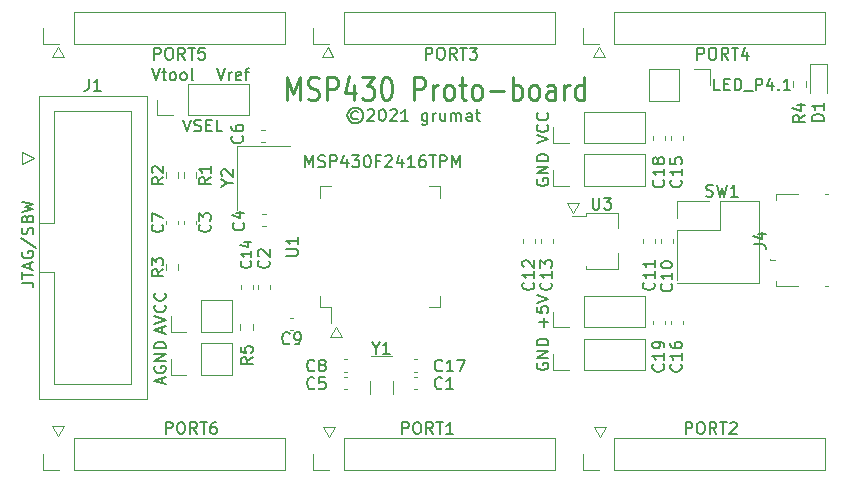
<source format=gto>
G04 #@! TF.GenerationSoftware,KiCad,Pcbnew,(5.1.10)-1*
G04 #@! TF.CreationDate,2021-08-01T20:36:26+02:00*
G04 #@! TF.ProjectId,Msp-Board,4d73702d-426f-4617-9264-2e6b69636164,rev?*
G04 #@! TF.SameCoordinates,Original*
G04 #@! TF.FileFunction,Legend,Top*
G04 #@! TF.FilePolarity,Positive*
%FSLAX46Y46*%
G04 Gerber Fmt 4.6, Leading zero omitted, Abs format (unit mm)*
G04 Created by KiCad (PCBNEW (5.1.10)-1) date 2021-08-01 20:36:26*
%MOMM*%
%LPD*%
G01*
G04 APERTURE LIST*
%ADD10C,0.150000*%
%ADD11C,0.250000*%
%ADD12C,0.120000*%
%ADD13O,1.550000X1.550000*%
%ADD14O,1.900000X1.900000*%
%ADD15C,1.650000*%
%ADD16O,2.100000X1.400000*%
%ADD17C,0.100000*%
%ADD18C,1.900000*%
G04 APERTURE END LIST*
D10*
X125192857Y-88402380D02*
X125526190Y-89402380D01*
X125859523Y-88402380D01*
X126192857Y-89402380D02*
X126192857Y-88735714D01*
X126192857Y-88926190D02*
X126240476Y-88830952D01*
X126288095Y-88783333D01*
X126383333Y-88735714D01*
X126478571Y-88735714D01*
X127192857Y-89354761D02*
X127097619Y-89402380D01*
X126907142Y-89402380D01*
X126811904Y-89354761D01*
X126764285Y-89259523D01*
X126764285Y-88878571D01*
X126811904Y-88783333D01*
X126907142Y-88735714D01*
X127097619Y-88735714D01*
X127192857Y-88783333D01*
X127240476Y-88878571D01*
X127240476Y-88973809D01*
X126764285Y-89069047D01*
X127526190Y-88735714D02*
X127907142Y-88735714D01*
X127669047Y-89402380D02*
X127669047Y-88545238D01*
X127716666Y-88450000D01*
X127811904Y-88402380D01*
X127907142Y-88402380D01*
X119664285Y-88402380D02*
X119997619Y-89402380D01*
X120330952Y-88402380D01*
X120521428Y-88735714D02*
X120902380Y-88735714D01*
X120664285Y-88402380D02*
X120664285Y-89259523D01*
X120711904Y-89354761D01*
X120807142Y-89402380D01*
X120902380Y-89402380D01*
X121378571Y-89402380D02*
X121283333Y-89354761D01*
X121235714Y-89307142D01*
X121188095Y-89211904D01*
X121188095Y-88926190D01*
X121235714Y-88830952D01*
X121283333Y-88783333D01*
X121378571Y-88735714D01*
X121521428Y-88735714D01*
X121616666Y-88783333D01*
X121664285Y-88830952D01*
X121711904Y-88926190D01*
X121711904Y-89211904D01*
X121664285Y-89307142D01*
X121616666Y-89354761D01*
X121521428Y-89402380D01*
X121378571Y-89402380D01*
X122283333Y-89402380D02*
X122188095Y-89354761D01*
X122140476Y-89307142D01*
X122092857Y-89211904D01*
X122092857Y-88926190D01*
X122140476Y-88830952D01*
X122188095Y-88783333D01*
X122283333Y-88735714D01*
X122426190Y-88735714D01*
X122521428Y-88783333D01*
X122569047Y-88830952D01*
X122616666Y-88926190D01*
X122616666Y-89211904D01*
X122569047Y-89307142D01*
X122521428Y-89354761D01*
X122426190Y-89402380D01*
X122283333Y-89402380D01*
X123188095Y-89402380D02*
X123092857Y-89354761D01*
X123045238Y-89259523D01*
X123045238Y-88402380D01*
X137085714Y-92090476D02*
X136990476Y-92042857D01*
X136800000Y-92042857D01*
X136704761Y-92090476D01*
X136609523Y-92185714D01*
X136561904Y-92280952D01*
X136561904Y-92471428D01*
X136609523Y-92566666D01*
X136704761Y-92661904D01*
X136800000Y-92709523D01*
X136990476Y-92709523D01*
X137085714Y-92661904D01*
X136895238Y-91709523D02*
X136657142Y-91757142D01*
X136419047Y-91900000D01*
X136276190Y-92138095D01*
X136228571Y-92376190D01*
X136276190Y-92614285D01*
X136419047Y-92852380D01*
X136657142Y-92995238D01*
X136895238Y-93042857D01*
X137133333Y-92995238D01*
X137371428Y-92852380D01*
X137514285Y-92614285D01*
X137561904Y-92376190D01*
X137514285Y-92138095D01*
X137371428Y-91900000D01*
X137133333Y-91757142D01*
X136895238Y-91709523D01*
X137942857Y-91947619D02*
X137990476Y-91900000D01*
X138085714Y-91852380D01*
X138323809Y-91852380D01*
X138419047Y-91900000D01*
X138466666Y-91947619D01*
X138514285Y-92042857D01*
X138514285Y-92138095D01*
X138466666Y-92280952D01*
X137895238Y-92852380D01*
X138514285Y-92852380D01*
X139133333Y-91852380D02*
X139228571Y-91852380D01*
X139323809Y-91900000D01*
X139371428Y-91947619D01*
X139419047Y-92042857D01*
X139466666Y-92233333D01*
X139466666Y-92471428D01*
X139419047Y-92661904D01*
X139371428Y-92757142D01*
X139323809Y-92804761D01*
X139228571Y-92852380D01*
X139133333Y-92852380D01*
X139038095Y-92804761D01*
X138990476Y-92757142D01*
X138942857Y-92661904D01*
X138895238Y-92471428D01*
X138895238Y-92233333D01*
X138942857Y-92042857D01*
X138990476Y-91947619D01*
X139038095Y-91900000D01*
X139133333Y-91852380D01*
X139847619Y-91947619D02*
X139895238Y-91900000D01*
X139990476Y-91852380D01*
X140228571Y-91852380D01*
X140323809Y-91900000D01*
X140371428Y-91947619D01*
X140419047Y-92042857D01*
X140419047Y-92138095D01*
X140371428Y-92280952D01*
X139800000Y-92852380D01*
X140419047Y-92852380D01*
X141371428Y-92852380D02*
X140800000Y-92852380D01*
X141085714Y-92852380D02*
X141085714Y-91852380D01*
X140990476Y-91995238D01*
X140895238Y-92090476D01*
X140800000Y-92138095D01*
X142990476Y-92185714D02*
X142990476Y-92995238D01*
X142942857Y-93090476D01*
X142895238Y-93138095D01*
X142800000Y-93185714D01*
X142657142Y-93185714D01*
X142561904Y-93138095D01*
X142990476Y-92804761D02*
X142895238Y-92852380D01*
X142704761Y-92852380D01*
X142609523Y-92804761D01*
X142561904Y-92757142D01*
X142514285Y-92661904D01*
X142514285Y-92376190D01*
X142561904Y-92280952D01*
X142609523Y-92233333D01*
X142704761Y-92185714D01*
X142895238Y-92185714D01*
X142990476Y-92233333D01*
X143466666Y-92852380D02*
X143466666Y-92185714D01*
X143466666Y-92376190D02*
X143514285Y-92280952D01*
X143561904Y-92233333D01*
X143657142Y-92185714D01*
X143752380Y-92185714D01*
X144514285Y-92185714D02*
X144514285Y-92852380D01*
X144085714Y-92185714D02*
X144085714Y-92709523D01*
X144133333Y-92804761D01*
X144228571Y-92852380D01*
X144371428Y-92852380D01*
X144466666Y-92804761D01*
X144514285Y-92757142D01*
X144990476Y-92852380D02*
X144990476Y-92185714D01*
X144990476Y-92280952D02*
X145038095Y-92233333D01*
X145133333Y-92185714D01*
X145276190Y-92185714D01*
X145371428Y-92233333D01*
X145419047Y-92328571D01*
X145419047Y-92852380D01*
X145419047Y-92328571D02*
X145466666Y-92233333D01*
X145561904Y-92185714D01*
X145704761Y-92185714D01*
X145800000Y-92233333D01*
X145847619Y-92328571D01*
X145847619Y-92852380D01*
X146752380Y-92852380D02*
X146752380Y-92328571D01*
X146704761Y-92233333D01*
X146609523Y-92185714D01*
X146419047Y-92185714D01*
X146323809Y-92233333D01*
X146752380Y-92804761D02*
X146657142Y-92852380D01*
X146419047Y-92852380D01*
X146323809Y-92804761D01*
X146276190Y-92709523D01*
X146276190Y-92614285D01*
X146323809Y-92519047D01*
X146419047Y-92471428D01*
X146657142Y-92471428D01*
X146752380Y-92423809D01*
X147085714Y-92185714D02*
X147466666Y-92185714D01*
X147228571Y-91852380D02*
X147228571Y-92709523D01*
X147276190Y-92804761D01*
X147371428Y-92852380D01*
X147466666Y-92852380D01*
D11*
X131128571Y-91104761D02*
X131128571Y-89104761D01*
X131661904Y-90533333D01*
X132195238Y-89104761D01*
X132195238Y-91104761D01*
X132880952Y-91009523D02*
X133109523Y-91104761D01*
X133490476Y-91104761D01*
X133642857Y-91009523D01*
X133719047Y-90914285D01*
X133795238Y-90723809D01*
X133795238Y-90533333D01*
X133719047Y-90342857D01*
X133642857Y-90247619D01*
X133490476Y-90152380D01*
X133185714Y-90057142D01*
X133033333Y-89961904D01*
X132957142Y-89866666D01*
X132880952Y-89676190D01*
X132880952Y-89485714D01*
X132957142Y-89295238D01*
X133033333Y-89200000D01*
X133185714Y-89104761D01*
X133566666Y-89104761D01*
X133795238Y-89200000D01*
X134480952Y-91104761D02*
X134480952Y-89104761D01*
X135090476Y-89104761D01*
X135242857Y-89200000D01*
X135319047Y-89295238D01*
X135395238Y-89485714D01*
X135395238Y-89771428D01*
X135319047Y-89961904D01*
X135242857Y-90057142D01*
X135090476Y-90152380D01*
X134480952Y-90152380D01*
X136766666Y-89771428D02*
X136766666Y-91104761D01*
X136385714Y-89009523D02*
X136004761Y-90438095D01*
X136995238Y-90438095D01*
X137452380Y-89104761D02*
X138442857Y-89104761D01*
X137909523Y-89866666D01*
X138138095Y-89866666D01*
X138290476Y-89961904D01*
X138366666Y-90057142D01*
X138442857Y-90247619D01*
X138442857Y-90723809D01*
X138366666Y-90914285D01*
X138290476Y-91009523D01*
X138138095Y-91104761D01*
X137680952Y-91104761D01*
X137528571Y-91009523D01*
X137452380Y-90914285D01*
X139433333Y-89104761D02*
X139585714Y-89104761D01*
X139738095Y-89200000D01*
X139814285Y-89295238D01*
X139890476Y-89485714D01*
X139966666Y-89866666D01*
X139966666Y-90342857D01*
X139890476Y-90723809D01*
X139814285Y-90914285D01*
X139738095Y-91009523D01*
X139585714Y-91104761D01*
X139433333Y-91104761D01*
X139280952Y-91009523D01*
X139204761Y-90914285D01*
X139128571Y-90723809D01*
X139052380Y-90342857D01*
X139052380Y-89866666D01*
X139128571Y-89485714D01*
X139204761Y-89295238D01*
X139280952Y-89200000D01*
X139433333Y-89104761D01*
X141871428Y-91104761D02*
X141871428Y-89104761D01*
X142480952Y-89104761D01*
X142633333Y-89200000D01*
X142709523Y-89295238D01*
X142785714Y-89485714D01*
X142785714Y-89771428D01*
X142709523Y-89961904D01*
X142633333Y-90057142D01*
X142480952Y-90152380D01*
X141871428Y-90152380D01*
X143471428Y-91104761D02*
X143471428Y-89771428D01*
X143471428Y-90152380D02*
X143547619Y-89961904D01*
X143623809Y-89866666D01*
X143776190Y-89771428D01*
X143928571Y-89771428D01*
X144690476Y-91104761D02*
X144538095Y-91009523D01*
X144461904Y-90914285D01*
X144385714Y-90723809D01*
X144385714Y-90152380D01*
X144461904Y-89961904D01*
X144538095Y-89866666D01*
X144690476Y-89771428D01*
X144919047Y-89771428D01*
X145071428Y-89866666D01*
X145147619Y-89961904D01*
X145223809Y-90152380D01*
X145223809Y-90723809D01*
X145147619Y-90914285D01*
X145071428Y-91009523D01*
X144919047Y-91104761D01*
X144690476Y-91104761D01*
X145680952Y-89771428D02*
X146290476Y-89771428D01*
X145909523Y-89104761D02*
X145909523Y-90819047D01*
X145985714Y-91009523D01*
X146138095Y-91104761D01*
X146290476Y-91104761D01*
X147052380Y-91104761D02*
X146900000Y-91009523D01*
X146823809Y-90914285D01*
X146747619Y-90723809D01*
X146747619Y-90152380D01*
X146823809Y-89961904D01*
X146900000Y-89866666D01*
X147052380Y-89771428D01*
X147280952Y-89771428D01*
X147433333Y-89866666D01*
X147509523Y-89961904D01*
X147585714Y-90152380D01*
X147585714Y-90723809D01*
X147509523Y-90914285D01*
X147433333Y-91009523D01*
X147280952Y-91104761D01*
X147052380Y-91104761D01*
X148271428Y-90342857D02*
X149490476Y-90342857D01*
X150252380Y-91104761D02*
X150252380Y-89104761D01*
X150252380Y-89866666D02*
X150404761Y-89771428D01*
X150709523Y-89771428D01*
X150861904Y-89866666D01*
X150938095Y-89961904D01*
X151014285Y-90152380D01*
X151014285Y-90723809D01*
X150938095Y-90914285D01*
X150861904Y-91009523D01*
X150709523Y-91104761D01*
X150404761Y-91104761D01*
X150252380Y-91009523D01*
X151928571Y-91104761D02*
X151776190Y-91009523D01*
X151700000Y-90914285D01*
X151623809Y-90723809D01*
X151623809Y-90152380D01*
X151700000Y-89961904D01*
X151776190Y-89866666D01*
X151928571Y-89771428D01*
X152157142Y-89771428D01*
X152309523Y-89866666D01*
X152385714Y-89961904D01*
X152461904Y-90152380D01*
X152461904Y-90723809D01*
X152385714Y-90914285D01*
X152309523Y-91009523D01*
X152157142Y-91104761D01*
X151928571Y-91104761D01*
X153833333Y-91104761D02*
X153833333Y-90057142D01*
X153757142Y-89866666D01*
X153604761Y-89771428D01*
X153300000Y-89771428D01*
X153147619Y-89866666D01*
X153833333Y-91009523D02*
X153680952Y-91104761D01*
X153300000Y-91104761D01*
X153147619Y-91009523D01*
X153071428Y-90819047D01*
X153071428Y-90628571D01*
X153147619Y-90438095D01*
X153300000Y-90342857D01*
X153680952Y-90342857D01*
X153833333Y-90247619D01*
X154595238Y-91104761D02*
X154595238Y-89771428D01*
X154595238Y-90152380D02*
X154671428Y-89961904D01*
X154747619Y-89866666D01*
X154900000Y-89771428D01*
X155052380Y-89771428D01*
X156271428Y-91104761D02*
X156271428Y-89104761D01*
X156271428Y-91009523D02*
X156119047Y-91104761D01*
X155814285Y-91104761D01*
X155661904Y-91009523D01*
X155585714Y-90914285D01*
X155509523Y-90723809D01*
X155509523Y-90152380D01*
X155585714Y-89961904D01*
X155661904Y-89866666D01*
X155814285Y-89771428D01*
X156119047Y-89771428D01*
X156271428Y-89866666D01*
D12*
X157650000Y-119600000D02*
X157150000Y-118800000D01*
X158150000Y-118800000D02*
X157650000Y-119600000D01*
X157150000Y-118800000D02*
X158150000Y-118800000D01*
X134650000Y-119600000D02*
X134150000Y-118800000D01*
X135150000Y-118800000D02*
X134650000Y-119600000D01*
X134150000Y-118800000D02*
X135150000Y-118800000D01*
X111750000Y-119500000D02*
X111250000Y-118700000D01*
X112250000Y-118700000D02*
X111750000Y-119500000D01*
X111250000Y-118700000D02*
X112250000Y-118700000D01*
X112250000Y-87400000D02*
X111250000Y-87400000D01*
X111250000Y-87400000D02*
X111750000Y-86600000D01*
X111750000Y-86600000D02*
X112250000Y-87400000D01*
X134550000Y-86600000D02*
X135050000Y-87400000D01*
X135050000Y-87400000D02*
X134050000Y-87400000D01*
X134050000Y-87400000D02*
X134550000Y-86600000D01*
X157550000Y-86600000D02*
X158050000Y-87400000D01*
X158050000Y-87400000D02*
X157050000Y-87400000D01*
X157050000Y-87400000D02*
X157550000Y-86600000D01*
X155850000Y-99800000D02*
X155350000Y-100600000D01*
X155350000Y-100600000D02*
X154850000Y-99800000D01*
X154850000Y-99800000D02*
X155850000Y-99800000D01*
X135750000Y-111100000D02*
X134750000Y-111100000D01*
X134750000Y-111100000D02*
X135250000Y-110300000D01*
X135250000Y-110300000D02*
X135750000Y-111100000D01*
X126850000Y-94950000D02*
X126850000Y-100350000D01*
X131350000Y-94950000D02*
X126850000Y-94950000D01*
X164100000Y-99600000D02*
X166850000Y-99600000D01*
X164100000Y-101050000D02*
X164100000Y-99600000D01*
X164100000Y-102050000D02*
X167790000Y-102050000D01*
X171100000Y-99600000D02*
X171100000Y-106550000D01*
X164100000Y-102050000D02*
X164100000Y-106300000D01*
X164100000Y-106550000D02*
X171100000Y-106550000D01*
X167790000Y-102050000D02*
X167790000Y-99600000D01*
X167790000Y-99600000D02*
X171100000Y-99600000D01*
X121270000Y-114330000D02*
X121270000Y-113000000D01*
X122600000Y-114330000D02*
X121270000Y-114330000D01*
X123870000Y-114330000D02*
X123870000Y-111670000D01*
X123870000Y-111670000D02*
X126470000Y-111670000D01*
X123870000Y-114330000D02*
X126470000Y-114330000D01*
X126470000Y-114330000D02*
X126470000Y-111670000D01*
X121270000Y-110680000D02*
X121270000Y-109350000D01*
X122600000Y-110680000D02*
X121270000Y-110680000D01*
X123870000Y-110680000D02*
X123870000Y-108020000D01*
X123870000Y-108020000D02*
X126470000Y-108020000D01*
X123870000Y-110680000D02*
X126470000Y-110680000D01*
X126470000Y-110680000D02*
X126470000Y-108020000D01*
X141853733Y-115560000D02*
X142146267Y-115560000D01*
X141853733Y-114540000D02*
X142146267Y-114540000D01*
X136196267Y-113040000D02*
X135903733Y-113040000D01*
X136196267Y-114060000D02*
X135903733Y-114060000D01*
X136196267Y-114540000D02*
X135903733Y-114540000D01*
X136196267Y-115560000D02*
X135903733Y-115560000D01*
X171997500Y-104650000D02*
X172447500Y-104650000D01*
X171997500Y-104650000D02*
X171997500Y-104200000D01*
X172547500Y-99050000D02*
X172547500Y-99500000D01*
X174397500Y-99050000D02*
X172547500Y-99050000D01*
X176947500Y-106850000D02*
X176697500Y-106850000D01*
X176947500Y-99050000D02*
X176697500Y-99050000D01*
X174397500Y-106850000D02*
X172547500Y-106850000D01*
X172547500Y-106850000D02*
X172547500Y-106400000D01*
X175022500Y-89445276D02*
X175022500Y-89954724D01*
X173977500Y-89445276D02*
X173977500Y-89954724D01*
X161730000Y-88470000D02*
X161730000Y-91130000D01*
X164330000Y-88470000D02*
X161730000Y-88470000D01*
X164330000Y-91130000D02*
X161730000Y-91130000D01*
X164330000Y-88470000D02*
X164330000Y-91130000D01*
X165600000Y-88470000D02*
X166930000Y-88470000D01*
X166930000Y-88470000D02*
X166930000Y-89800000D01*
X176835000Y-90500000D02*
X176835000Y-88040000D01*
X176835000Y-88040000D02*
X175365000Y-88040000D01*
X175365000Y-88040000D02*
X175365000Y-90500000D01*
X161410000Y-110330000D02*
X161410000Y-107670000D01*
X156270000Y-110330000D02*
X161410000Y-110330000D01*
X156270000Y-107670000D02*
X161410000Y-107670000D01*
X156270000Y-110330000D02*
X156270000Y-107670000D01*
X155000000Y-110330000D02*
X153670000Y-110330000D01*
X153670000Y-110330000D02*
X153670000Y-109000000D01*
X163110000Y-94153733D02*
X163110000Y-94446267D01*
X162090000Y-94153733D02*
X162090000Y-94446267D01*
X163110000Y-109753733D02*
X163110000Y-110046267D01*
X162090000Y-109753733D02*
X162090000Y-110046267D01*
X164610000Y-94153733D02*
X164610000Y-94446267D01*
X163590000Y-94153733D02*
X163590000Y-94446267D01*
X164610000Y-109753733D02*
X164610000Y-110046267D01*
X163590000Y-109753733D02*
X163590000Y-110046267D01*
X161410000Y-113930000D02*
X161410000Y-111270000D01*
X156270000Y-113930000D02*
X161410000Y-113930000D01*
X156270000Y-111270000D02*
X161410000Y-111270000D01*
X156270000Y-113930000D02*
X156270000Y-111270000D01*
X155000000Y-113930000D02*
X153670000Y-113930000D01*
X153670000Y-113930000D02*
X153670000Y-112600000D01*
X161410000Y-98330000D02*
X161410000Y-95670000D01*
X156270000Y-98330000D02*
X161410000Y-98330000D01*
X156270000Y-95670000D02*
X161410000Y-95670000D01*
X156270000Y-98330000D02*
X156270000Y-95670000D01*
X155000000Y-98330000D02*
X153670000Y-98330000D01*
X153670000Y-98330000D02*
X153670000Y-97000000D01*
X161410000Y-94730000D02*
X161410000Y-92070000D01*
X156270000Y-94730000D02*
X161410000Y-94730000D01*
X156270000Y-92070000D02*
X161410000Y-92070000D01*
X156270000Y-94730000D02*
X156270000Y-92070000D01*
X155000000Y-94730000D02*
X153670000Y-94730000D01*
X153670000Y-94730000D02*
X153670000Y-93400000D01*
X156402500Y-105360000D02*
X156402500Y-105130000D01*
X156402500Y-100640000D02*
X156402500Y-100870000D01*
X156402500Y-100640000D02*
X159122500Y-100640000D01*
X159122500Y-100640000D02*
X159122500Y-101950000D01*
X155262500Y-100870000D02*
X156402500Y-100870000D01*
X159122500Y-105360000D02*
X156402500Y-105360000D01*
X159122500Y-104050000D02*
X159122500Y-105360000D01*
X128222500Y-110504724D02*
X128222500Y-109995276D01*
X127177500Y-110504724D02*
X127177500Y-109995276D01*
X141853733Y-114060000D02*
X142146267Y-114060000D01*
X141853733Y-113040000D02*
X142146267Y-113040000D01*
X128210000Y-107046267D02*
X128210000Y-106753733D01*
X127190000Y-107046267D02*
X127190000Y-106753733D01*
X153610000Y-103146267D02*
X153610000Y-102853733D01*
X152590000Y-103146267D02*
X152590000Y-102853733D01*
X152110000Y-103146267D02*
X152110000Y-102853733D01*
X151090000Y-103146267D02*
X151090000Y-102853733D01*
X162260000Y-103146267D02*
X162260000Y-102853733D01*
X161240000Y-103146267D02*
X161240000Y-102853733D01*
X163760000Y-103146267D02*
X163760000Y-102853733D01*
X162740000Y-103146267D02*
X162740000Y-102853733D01*
X140050000Y-114900000D02*
X140050000Y-116000000D01*
X138150000Y-114900000D02*
X138150000Y-116000000D01*
X140000000Y-112750000D02*
X138200000Y-112750000D01*
X128953733Y-93590000D02*
X129246267Y-93590000D01*
X128953733Y-94610000D02*
X129246267Y-94610000D01*
X129296267Y-101710000D02*
X129003733Y-101710000D01*
X129296267Y-100690000D02*
X129003733Y-100690000D01*
X130920000Y-122383000D02*
X130920000Y-119723000D01*
X113080000Y-122383000D02*
X130920000Y-122383000D01*
X113080000Y-119723000D02*
X130920000Y-119723000D01*
X113080000Y-122383000D02*
X113080000Y-119723000D01*
X111810000Y-122383000D02*
X110480000Y-122383000D01*
X110480000Y-122383000D02*
X110480000Y-121053000D01*
X130920000Y-86315000D02*
X130920000Y-83655000D01*
X113080000Y-86315000D02*
X130920000Y-86315000D01*
X113080000Y-83655000D02*
X130920000Y-83655000D01*
X113080000Y-86315000D02*
X113080000Y-83655000D01*
X111810000Y-86315000D02*
X110480000Y-86315000D01*
X110480000Y-86315000D02*
X110480000Y-84985000D01*
X176640000Y-86315000D02*
X176640000Y-83655000D01*
X158800000Y-86315000D02*
X176640000Y-86315000D01*
X158800000Y-83655000D02*
X176640000Y-83655000D01*
X158800000Y-86315000D02*
X158800000Y-83655000D01*
X157530000Y-86315000D02*
X156200000Y-86315000D01*
X156200000Y-86315000D02*
X156200000Y-84985000D01*
X153780000Y-86315000D02*
X153780000Y-83655000D01*
X135940000Y-86315000D02*
X153780000Y-86315000D01*
X135940000Y-83655000D02*
X153780000Y-83655000D01*
X135940000Y-86315000D02*
X135940000Y-83655000D01*
X134670000Y-86315000D02*
X133340000Y-86315000D01*
X133340000Y-86315000D02*
X133340000Y-84985000D01*
X176640000Y-122383000D02*
X176640000Y-119723000D01*
X158800000Y-122383000D02*
X176640000Y-122383000D01*
X158800000Y-119723000D02*
X176640000Y-119723000D01*
X158800000Y-122383000D02*
X158800000Y-119723000D01*
X157530000Y-122383000D02*
X156200000Y-122383000D01*
X156200000Y-122383000D02*
X156200000Y-121053000D01*
X153780000Y-122383000D02*
X153780000Y-119723000D01*
X135940000Y-122383000D02*
X153780000Y-122383000D01*
X135940000Y-119723000D02*
X153780000Y-119723000D01*
X135940000Y-122383000D02*
X135940000Y-119723000D01*
X134670000Y-122383000D02*
X133340000Y-122383000D01*
X133340000Y-122383000D02*
X133340000Y-121053000D01*
X128690000Y-107046267D02*
X128690000Y-106753733D01*
X129710000Y-107046267D02*
X129710000Y-106753733D01*
X131646267Y-110510000D02*
X131353733Y-110510000D01*
X131646267Y-109490000D02*
X131353733Y-109490000D01*
X134840000Y-108610000D02*
X134840000Y-109950000D01*
X133890000Y-108610000D02*
X134840000Y-108610000D01*
X133890000Y-107660000D02*
X133890000Y-108610000D01*
X133890000Y-98390000D02*
X134840000Y-98390000D01*
X133890000Y-99340000D02*
X133890000Y-98390000D01*
X144110000Y-108610000D02*
X143160000Y-108610000D01*
X144110000Y-107660000D02*
X144110000Y-108610000D01*
X144110000Y-98390000D02*
X143160000Y-98390000D01*
X144110000Y-99340000D02*
X144110000Y-98390000D01*
X120877500Y-104995276D02*
X120877500Y-105504724D01*
X121922500Y-104995276D02*
X121922500Y-105504724D01*
X120877500Y-97195276D02*
X120877500Y-97704724D01*
X121922500Y-97195276D02*
X121922500Y-97704724D01*
X122377500Y-97195276D02*
X122377500Y-97704724D01*
X123422500Y-97195276D02*
X123422500Y-97704724D01*
X120120000Y-92380000D02*
X120120000Y-91050000D01*
X121450000Y-92380000D02*
X120120000Y-92380000D01*
X122720000Y-92380000D02*
X122720000Y-89720000D01*
X122720000Y-89720000D02*
X127860000Y-89720000D01*
X122720000Y-92380000D02*
X127860000Y-92380000D01*
X127860000Y-92380000D02*
X127860000Y-89720000D01*
X108720000Y-96450000D02*
X109720000Y-95950000D01*
X108720000Y-95450000D02*
X108720000Y-96450000D01*
X109720000Y-95950000D02*
X108720000Y-95450000D01*
X111420000Y-105620000D02*
X110110000Y-105620000D01*
X111420000Y-105620000D02*
X111420000Y-105620000D01*
X111420000Y-115100000D02*
X111420000Y-105620000D01*
X117920000Y-115100000D02*
X111420000Y-115100000D01*
X117920000Y-92040000D02*
X117920000Y-115100000D01*
X111420000Y-92040000D02*
X117920000Y-92040000D01*
X111420000Y-101520000D02*
X111420000Y-92040000D01*
X110110000Y-101520000D02*
X111420000Y-101520000D01*
X110110000Y-116400000D02*
X110110000Y-90740000D01*
X119230000Y-116400000D02*
X110110000Y-116400000D01*
X119230000Y-90740000D02*
X119230000Y-116400000D01*
X110110000Y-90740000D02*
X119230000Y-90740000D01*
X120890000Y-101303733D02*
X120890000Y-101596267D01*
X121910000Y-101303733D02*
X121910000Y-101596267D01*
X122390000Y-101303733D02*
X122390000Y-101596267D01*
X123410000Y-101303733D02*
X123410000Y-101596267D01*
D10*
X126076190Y-98126190D02*
X126552380Y-98126190D01*
X125552380Y-98459523D02*
X126076190Y-98126190D01*
X125552380Y-97792857D01*
X125647619Y-97507142D02*
X125600000Y-97459523D01*
X125552380Y-97364285D01*
X125552380Y-97126190D01*
X125600000Y-97030952D01*
X125647619Y-96983333D01*
X125742857Y-96935714D01*
X125838095Y-96935714D01*
X125980952Y-96983333D01*
X126552380Y-97554761D01*
X126552380Y-96935714D01*
X166616666Y-99204761D02*
X166759523Y-99252380D01*
X166997619Y-99252380D01*
X167092857Y-99204761D01*
X167140476Y-99157142D01*
X167188095Y-99061904D01*
X167188095Y-98966666D01*
X167140476Y-98871428D01*
X167092857Y-98823809D01*
X166997619Y-98776190D01*
X166807142Y-98728571D01*
X166711904Y-98680952D01*
X166664285Y-98633333D01*
X166616666Y-98538095D01*
X166616666Y-98442857D01*
X166664285Y-98347619D01*
X166711904Y-98300000D01*
X166807142Y-98252380D01*
X167045238Y-98252380D01*
X167188095Y-98300000D01*
X167521428Y-98252380D02*
X167759523Y-99252380D01*
X167950000Y-98538095D01*
X168140476Y-99252380D01*
X168378571Y-98252380D01*
X169283333Y-99252380D02*
X168711904Y-99252380D01*
X168997619Y-99252380D02*
X168997619Y-98252380D01*
X168902380Y-98395238D01*
X168807142Y-98490476D01*
X168711904Y-98538095D01*
X120566666Y-115061904D02*
X120566666Y-114585714D01*
X120852380Y-115157142D02*
X119852380Y-114823809D01*
X120852380Y-114490476D01*
X119900000Y-113633333D02*
X119852380Y-113728571D01*
X119852380Y-113871428D01*
X119900000Y-114014285D01*
X119995238Y-114109523D01*
X120090476Y-114157142D01*
X120280952Y-114204761D01*
X120423809Y-114204761D01*
X120614285Y-114157142D01*
X120709523Y-114109523D01*
X120804761Y-114014285D01*
X120852380Y-113871428D01*
X120852380Y-113776190D01*
X120804761Y-113633333D01*
X120757142Y-113585714D01*
X120423809Y-113585714D01*
X120423809Y-113776190D01*
X120852380Y-113157142D02*
X119852380Y-113157142D01*
X120852380Y-112585714D01*
X119852380Y-112585714D01*
X120852380Y-112109523D02*
X119852380Y-112109523D01*
X119852380Y-111871428D01*
X119900000Y-111728571D01*
X119995238Y-111633333D01*
X120090476Y-111585714D01*
X120280952Y-111538095D01*
X120423809Y-111538095D01*
X120614285Y-111585714D01*
X120709523Y-111633333D01*
X120804761Y-111728571D01*
X120852380Y-111871428D01*
X120852380Y-112109523D01*
X120566666Y-110766666D02*
X120566666Y-110290476D01*
X120852380Y-110861904D02*
X119852380Y-110528571D01*
X120852380Y-110195238D01*
X119852380Y-110004761D02*
X120852380Y-109671428D01*
X119852380Y-109338095D01*
X120757142Y-108433333D02*
X120804761Y-108480952D01*
X120852380Y-108623809D01*
X120852380Y-108719047D01*
X120804761Y-108861904D01*
X120709523Y-108957142D01*
X120614285Y-109004761D01*
X120423809Y-109052380D01*
X120280952Y-109052380D01*
X120090476Y-109004761D01*
X119995238Y-108957142D01*
X119900000Y-108861904D01*
X119852380Y-108719047D01*
X119852380Y-108623809D01*
X119900000Y-108480952D01*
X119947619Y-108433333D01*
X120757142Y-107433333D02*
X120804761Y-107480952D01*
X120852380Y-107623809D01*
X120852380Y-107719047D01*
X120804761Y-107861904D01*
X120709523Y-107957142D01*
X120614285Y-108004761D01*
X120423809Y-108052380D01*
X120280952Y-108052380D01*
X120090476Y-108004761D01*
X119995238Y-107957142D01*
X119900000Y-107861904D01*
X119852380Y-107719047D01*
X119852380Y-107623809D01*
X119900000Y-107480952D01*
X119947619Y-107433333D01*
X144233333Y-115457142D02*
X144185714Y-115504761D01*
X144042857Y-115552380D01*
X143947619Y-115552380D01*
X143804761Y-115504761D01*
X143709523Y-115409523D01*
X143661904Y-115314285D01*
X143614285Y-115123809D01*
X143614285Y-114980952D01*
X143661904Y-114790476D01*
X143709523Y-114695238D01*
X143804761Y-114600000D01*
X143947619Y-114552380D01*
X144042857Y-114552380D01*
X144185714Y-114600000D01*
X144233333Y-114647619D01*
X145185714Y-115552380D02*
X144614285Y-115552380D01*
X144900000Y-115552380D02*
X144900000Y-114552380D01*
X144804761Y-114695238D01*
X144709523Y-114790476D01*
X144614285Y-114838095D01*
X133433333Y-113957142D02*
X133385714Y-114004761D01*
X133242857Y-114052380D01*
X133147619Y-114052380D01*
X133004761Y-114004761D01*
X132909523Y-113909523D01*
X132861904Y-113814285D01*
X132814285Y-113623809D01*
X132814285Y-113480952D01*
X132861904Y-113290476D01*
X132909523Y-113195238D01*
X133004761Y-113100000D01*
X133147619Y-113052380D01*
X133242857Y-113052380D01*
X133385714Y-113100000D01*
X133433333Y-113147619D01*
X134004761Y-113480952D02*
X133909523Y-113433333D01*
X133861904Y-113385714D01*
X133814285Y-113290476D01*
X133814285Y-113242857D01*
X133861904Y-113147619D01*
X133909523Y-113100000D01*
X134004761Y-113052380D01*
X134195238Y-113052380D01*
X134290476Y-113100000D01*
X134338095Y-113147619D01*
X134385714Y-113242857D01*
X134385714Y-113290476D01*
X134338095Y-113385714D01*
X134290476Y-113433333D01*
X134195238Y-113480952D01*
X134004761Y-113480952D01*
X133909523Y-113528571D01*
X133861904Y-113576190D01*
X133814285Y-113671428D01*
X133814285Y-113861904D01*
X133861904Y-113957142D01*
X133909523Y-114004761D01*
X134004761Y-114052380D01*
X134195238Y-114052380D01*
X134290476Y-114004761D01*
X134338095Y-113957142D01*
X134385714Y-113861904D01*
X134385714Y-113671428D01*
X134338095Y-113576190D01*
X134290476Y-113528571D01*
X134195238Y-113480952D01*
X133433333Y-115457142D02*
X133385714Y-115504761D01*
X133242857Y-115552380D01*
X133147619Y-115552380D01*
X133004761Y-115504761D01*
X132909523Y-115409523D01*
X132861904Y-115314285D01*
X132814285Y-115123809D01*
X132814285Y-114980952D01*
X132861904Y-114790476D01*
X132909523Y-114695238D01*
X133004761Y-114600000D01*
X133147619Y-114552380D01*
X133242857Y-114552380D01*
X133385714Y-114600000D01*
X133433333Y-114647619D01*
X134338095Y-114552380D02*
X133861904Y-114552380D01*
X133814285Y-115028571D01*
X133861904Y-114980952D01*
X133957142Y-114933333D01*
X134195238Y-114933333D01*
X134290476Y-114980952D01*
X134338095Y-115028571D01*
X134385714Y-115123809D01*
X134385714Y-115361904D01*
X134338095Y-115457142D01*
X134290476Y-115504761D01*
X134195238Y-115552380D01*
X133957142Y-115552380D01*
X133861904Y-115504761D01*
X133814285Y-115457142D01*
X170649880Y-103283333D02*
X171364166Y-103283333D01*
X171507023Y-103330952D01*
X171602261Y-103426190D01*
X171649880Y-103569047D01*
X171649880Y-103664285D01*
X170983214Y-102378571D02*
X171649880Y-102378571D01*
X170602261Y-102616666D02*
X171316547Y-102854761D01*
X171316547Y-102235714D01*
X174952380Y-92366666D02*
X174476190Y-92700000D01*
X174952380Y-92938095D02*
X173952380Y-92938095D01*
X173952380Y-92557142D01*
X174000000Y-92461904D01*
X174047619Y-92414285D01*
X174142857Y-92366666D01*
X174285714Y-92366666D01*
X174380952Y-92414285D01*
X174428571Y-92461904D01*
X174476190Y-92557142D01*
X174476190Y-92938095D01*
X174285714Y-91509523D02*
X174952380Y-91509523D01*
X173904761Y-91747619D02*
X174619047Y-91985714D01*
X174619047Y-91366666D01*
X167785714Y-90252380D02*
X167309523Y-90252380D01*
X167309523Y-89252380D01*
X168119047Y-89728571D02*
X168452380Y-89728571D01*
X168595238Y-90252380D02*
X168119047Y-90252380D01*
X168119047Y-89252380D01*
X168595238Y-89252380D01*
X169023809Y-90252380D02*
X169023809Y-89252380D01*
X169261904Y-89252380D01*
X169404761Y-89300000D01*
X169500000Y-89395238D01*
X169547619Y-89490476D01*
X169595238Y-89680952D01*
X169595238Y-89823809D01*
X169547619Y-90014285D01*
X169500000Y-90109523D01*
X169404761Y-90204761D01*
X169261904Y-90252380D01*
X169023809Y-90252380D01*
X169785714Y-90347619D02*
X170547619Y-90347619D01*
X170785714Y-90252380D02*
X170785714Y-89252380D01*
X171166666Y-89252380D01*
X171261904Y-89300000D01*
X171309523Y-89347619D01*
X171357142Y-89442857D01*
X171357142Y-89585714D01*
X171309523Y-89680952D01*
X171261904Y-89728571D01*
X171166666Y-89776190D01*
X170785714Y-89776190D01*
X172214285Y-89585714D02*
X172214285Y-90252380D01*
X171976190Y-89204761D02*
X171738095Y-89919047D01*
X172357142Y-89919047D01*
X172738095Y-90157142D02*
X172785714Y-90204761D01*
X172738095Y-90252380D01*
X172690476Y-90204761D01*
X172738095Y-90157142D01*
X172738095Y-90252380D01*
X173738095Y-90252380D02*
X173166666Y-90252380D01*
X173452380Y-90252380D02*
X173452380Y-89252380D01*
X173357142Y-89395238D01*
X173261904Y-89490476D01*
X173166666Y-89538095D01*
X176552380Y-92838095D02*
X175552380Y-92838095D01*
X175552380Y-92600000D01*
X175600000Y-92457142D01*
X175695238Y-92361904D01*
X175790476Y-92314285D01*
X175980952Y-92266666D01*
X176123809Y-92266666D01*
X176314285Y-92314285D01*
X176409523Y-92361904D01*
X176504761Y-92457142D01*
X176552380Y-92600000D01*
X176552380Y-92838095D01*
X176552380Y-91314285D02*
X176552380Y-91885714D01*
X176552380Y-91600000D02*
X175552380Y-91600000D01*
X175695238Y-91695238D01*
X175790476Y-91790476D01*
X175838095Y-91885714D01*
X152871428Y-110285714D02*
X152871428Y-109523809D01*
X153252380Y-109904761D02*
X152490476Y-109904761D01*
X152252380Y-108571428D02*
X152252380Y-109047619D01*
X152728571Y-109095238D01*
X152680952Y-109047619D01*
X152633333Y-108952380D01*
X152633333Y-108714285D01*
X152680952Y-108619047D01*
X152728571Y-108571428D01*
X152823809Y-108523809D01*
X153061904Y-108523809D01*
X153157142Y-108571428D01*
X153204761Y-108619047D01*
X153252380Y-108714285D01*
X153252380Y-108952380D01*
X153204761Y-109047619D01*
X153157142Y-109095238D01*
X152252380Y-108238095D02*
X153252380Y-107904761D01*
X152252380Y-107571428D01*
X162982142Y-97842857D02*
X163029761Y-97890476D01*
X163077380Y-98033333D01*
X163077380Y-98128571D01*
X163029761Y-98271428D01*
X162934523Y-98366666D01*
X162839285Y-98414285D01*
X162648809Y-98461904D01*
X162505952Y-98461904D01*
X162315476Y-98414285D01*
X162220238Y-98366666D01*
X162125000Y-98271428D01*
X162077380Y-98128571D01*
X162077380Y-98033333D01*
X162125000Y-97890476D01*
X162172619Y-97842857D01*
X163077380Y-96890476D02*
X163077380Y-97461904D01*
X163077380Y-97176190D02*
X162077380Y-97176190D01*
X162220238Y-97271428D01*
X162315476Y-97366666D01*
X162363095Y-97461904D01*
X162505952Y-96319047D02*
X162458333Y-96414285D01*
X162410714Y-96461904D01*
X162315476Y-96509523D01*
X162267857Y-96509523D01*
X162172619Y-96461904D01*
X162125000Y-96414285D01*
X162077380Y-96319047D01*
X162077380Y-96128571D01*
X162125000Y-96033333D01*
X162172619Y-95985714D01*
X162267857Y-95938095D01*
X162315476Y-95938095D01*
X162410714Y-95985714D01*
X162458333Y-96033333D01*
X162505952Y-96128571D01*
X162505952Y-96319047D01*
X162553571Y-96414285D01*
X162601190Y-96461904D01*
X162696428Y-96509523D01*
X162886904Y-96509523D01*
X162982142Y-96461904D01*
X163029761Y-96414285D01*
X163077380Y-96319047D01*
X163077380Y-96128571D01*
X163029761Y-96033333D01*
X162982142Y-95985714D01*
X162886904Y-95938095D01*
X162696428Y-95938095D01*
X162601190Y-95985714D01*
X162553571Y-96033333D01*
X162505952Y-96128571D01*
X162957142Y-113442857D02*
X163004761Y-113490476D01*
X163052380Y-113633333D01*
X163052380Y-113728571D01*
X163004761Y-113871428D01*
X162909523Y-113966666D01*
X162814285Y-114014285D01*
X162623809Y-114061904D01*
X162480952Y-114061904D01*
X162290476Y-114014285D01*
X162195238Y-113966666D01*
X162100000Y-113871428D01*
X162052380Y-113728571D01*
X162052380Y-113633333D01*
X162100000Y-113490476D01*
X162147619Y-113442857D01*
X163052380Y-112490476D02*
X163052380Y-113061904D01*
X163052380Y-112776190D02*
X162052380Y-112776190D01*
X162195238Y-112871428D01*
X162290476Y-112966666D01*
X162338095Y-113061904D01*
X163052380Y-112014285D02*
X163052380Y-111823809D01*
X163004761Y-111728571D01*
X162957142Y-111680952D01*
X162814285Y-111585714D01*
X162623809Y-111538095D01*
X162242857Y-111538095D01*
X162147619Y-111585714D01*
X162100000Y-111633333D01*
X162052380Y-111728571D01*
X162052380Y-111919047D01*
X162100000Y-112014285D01*
X162147619Y-112061904D01*
X162242857Y-112109523D01*
X162480952Y-112109523D01*
X162576190Y-112061904D01*
X162623809Y-112014285D01*
X162671428Y-111919047D01*
X162671428Y-111728571D01*
X162623809Y-111633333D01*
X162576190Y-111585714D01*
X162480952Y-111538095D01*
X164457142Y-97842857D02*
X164504761Y-97890476D01*
X164552380Y-98033333D01*
X164552380Y-98128571D01*
X164504761Y-98271428D01*
X164409523Y-98366666D01*
X164314285Y-98414285D01*
X164123809Y-98461904D01*
X163980952Y-98461904D01*
X163790476Y-98414285D01*
X163695238Y-98366666D01*
X163600000Y-98271428D01*
X163552380Y-98128571D01*
X163552380Y-98033333D01*
X163600000Y-97890476D01*
X163647619Y-97842857D01*
X164552380Y-96890476D02*
X164552380Y-97461904D01*
X164552380Y-97176190D02*
X163552380Y-97176190D01*
X163695238Y-97271428D01*
X163790476Y-97366666D01*
X163838095Y-97461904D01*
X163552380Y-95985714D02*
X163552380Y-96461904D01*
X164028571Y-96509523D01*
X163980952Y-96461904D01*
X163933333Y-96366666D01*
X163933333Y-96128571D01*
X163980952Y-96033333D01*
X164028571Y-95985714D01*
X164123809Y-95938095D01*
X164361904Y-95938095D01*
X164457142Y-95985714D01*
X164504761Y-96033333D01*
X164552380Y-96128571D01*
X164552380Y-96366666D01*
X164504761Y-96461904D01*
X164457142Y-96509523D01*
X164457142Y-113442857D02*
X164504761Y-113490476D01*
X164552380Y-113633333D01*
X164552380Y-113728571D01*
X164504761Y-113871428D01*
X164409523Y-113966666D01*
X164314285Y-114014285D01*
X164123809Y-114061904D01*
X163980952Y-114061904D01*
X163790476Y-114014285D01*
X163695238Y-113966666D01*
X163600000Y-113871428D01*
X163552380Y-113728571D01*
X163552380Y-113633333D01*
X163600000Y-113490476D01*
X163647619Y-113442857D01*
X164552380Y-112490476D02*
X164552380Y-113061904D01*
X164552380Y-112776190D02*
X163552380Y-112776190D01*
X163695238Y-112871428D01*
X163790476Y-112966666D01*
X163838095Y-113061904D01*
X163552380Y-111633333D02*
X163552380Y-111823809D01*
X163600000Y-111919047D01*
X163647619Y-111966666D01*
X163790476Y-112061904D01*
X163980952Y-112109523D01*
X164361904Y-112109523D01*
X164457142Y-112061904D01*
X164504761Y-112014285D01*
X164552380Y-111919047D01*
X164552380Y-111728571D01*
X164504761Y-111633333D01*
X164457142Y-111585714D01*
X164361904Y-111538095D01*
X164123809Y-111538095D01*
X164028571Y-111585714D01*
X163980952Y-111633333D01*
X163933333Y-111728571D01*
X163933333Y-111919047D01*
X163980952Y-112014285D01*
X164028571Y-112061904D01*
X164123809Y-112109523D01*
X152300000Y-113361904D02*
X152252380Y-113457142D01*
X152252380Y-113600000D01*
X152300000Y-113742857D01*
X152395238Y-113838095D01*
X152490476Y-113885714D01*
X152680952Y-113933333D01*
X152823809Y-113933333D01*
X153014285Y-113885714D01*
X153109523Y-113838095D01*
X153204761Y-113742857D01*
X153252380Y-113600000D01*
X153252380Y-113504761D01*
X153204761Y-113361904D01*
X153157142Y-113314285D01*
X152823809Y-113314285D01*
X152823809Y-113504761D01*
X153252380Y-112885714D02*
X152252380Y-112885714D01*
X153252380Y-112314285D01*
X152252380Y-112314285D01*
X153252380Y-111838095D02*
X152252380Y-111838095D01*
X152252380Y-111600000D01*
X152300000Y-111457142D01*
X152395238Y-111361904D01*
X152490476Y-111314285D01*
X152680952Y-111266666D01*
X152823809Y-111266666D01*
X153014285Y-111314285D01*
X153109523Y-111361904D01*
X153204761Y-111457142D01*
X153252380Y-111600000D01*
X153252380Y-111838095D01*
X152300000Y-97761904D02*
X152252380Y-97857142D01*
X152252380Y-98000000D01*
X152300000Y-98142857D01*
X152395238Y-98238095D01*
X152490476Y-98285714D01*
X152680952Y-98333333D01*
X152823809Y-98333333D01*
X153014285Y-98285714D01*
X153109523Y-98238095D01*
X153204761Y-98142857D01*
X153252380Y-98000000D01*
X153252380Y-97904761D01*
X153204761Y-97761904D01*
X153157142Y-97714285D01*
X152823809Y-97714285D01*
X152823809Y-97904761D01*
X153252380Y-97285714D02*
X152252380Y-97285714D01*
X153252380Y-96714285D01*
X152252380Y-96714285D01*
X153252380Y-96238095D02*
X152252380Y-96238095D01*
X152252380Y-96000000D01*
X152300000Y-95857142D01*
X152395238Y-95761904D01*
X152490476Y-95714285D01*
X152680952Y-95666666D01*
X152823809Y-95666666D01*
X153014285Y-95714285D01*
X153109523Y-95761904D01*
X153204761Y-95857142D01*
X153252380Y-96000000D01*
X153252380Y-96238095D01*
X152252380Y-94733333D02*
X153252380Y-94400000D01*
X152252380Y-94066666D01*
X153157142Y-93161904D02*
X153204761Y-93209523D01*
X153252380Y-93352380D01*
X153252380Y-93447619D01*
X153204761Y-93590476D01*
X153109523Y-93685714D01*
X153014285Y-93733333D01*
X152823809Y-93780952D01*
X152680952Y-93780952D01*
X152490476Y-93733333D01*
X152395238Y-93685714D01*
X152300000Y-93590476D01*
X152252380Y-93447619D01*
X152252380Y-93352380D01*
X152300000Y-93209523D01*
X152347619Y-93161904D01*
X153157142Y-92161904D02*
X153204761Y-92209523D01*
X153252380Y-92352380D01*
X153252380Y-92447619D01*
X153204761Y-92590476D01*
X153109523Y-92685714D01*
X153014285Y-92733333D01*
X152823809Y-92780952D01*
X152680952Y-92780952D01*
X152490476Y-92733333D01*
X152395238Y-92685714D01*
X152300000Y-92590476D01*
X152252380Y-92447619D01*
X152252380Y-92352380D01*
X152300000Y-92209523D01*
X152347619Y-92161904D01*
X157000595Y-99352380D02*
X157000595Y-100161904D01*
X157048214Y-100257142D01*
X157095833Y-100304761D01*
X157191071Y-100352380D01*
X157381547Y-100352380D01*
X157476785Y-100304761D01*
X157524404Y-100257142D01*
X157572023Y-100161904D01*
X157572023Y-99352380D01*
X157952976Y-99352380D02*
X158572023Y-99352380D01*
X158238690Y-99733333D01*
X158381547Y-99733333D01*
X158476785Y-99780952D01*
X158524404Y-99828571D01*
X158572023Y-99923809D01*
X158572023Y-100161904D01*
X158524404Y-100257142D01*
X158476785Y-100304761D01*
X158381547Y-100352380D01*
X158095833Y-100352380D01*
X158000595Y-100304761D01*
X157952976Y-100257142D01*
X128202380Y-112866666D02*
X127726190Y-113200000D01*
X128202380Y-113438095D02*
X127202380Y-113438095D01*
X127202380Y-113057142D01*
X127250000Y-112961904D01*
X127297619Y-112914285D01*
X127392857Y-112866666D01*
X127535714Y-112866666D01*
X127630952Y-112914285D01*
X127678571Y-112961904D01*
X127726190Y-113057142D01*
X127726190Y-113438095D01*
X127202380Y-111961904D02*
X127202380Y-112438095D01*
X127678571Y-112485714D01*
X127630952Y-112438095D01*
X127583333Y-112342857D01*
X127583333Y-112104761D01*
X127630952Y-112009523D01*
X127678571Y-111961904D01*
X127773809Y-111914285D01*
X128011904Y-111914285D01*
X128107142Y-111961904D01*
X128154761Y-112009523D01*
X128202380Y-112104761D01*
X128202380Y-112342857D01*
X128154761Y-112438095D01*
X128107142Y-112485714D01*
X144257142Y-113957142D02*
X144209523Y-114004761D01*
X144066666Y-114052380D01*
X143971428Y-114052380D01*
X143828571Y-114004761D01*
X143733333Y-113909523D01*
X143685714Y-113814285D01*
X143638095Y-113623809D01*
X143638095Y-113480952D01*
X143685714Y-113290476D01*
X143733333Y-113195238D01*
X143828571Y-113100000D01*
X143971428Y-113052380D01*
X144066666Y-113052380D01*
X144209523Y-113100000D01*
X144257142Y-113147619D01*
X145209523Y-114052380D02*
X144638095Y-114052380D01*
X144923809Y-114052380D02*
X144923809Y-113052380D01*
X144828571Y-113195238D01*
X144733333Y-113290476D01*
X144638095Y-113338095D01*
X145542857Y-113052380D02*
X146209523Y-113052380D01*
X145780952Y-114052380D01*
X128021428Y-104728571D02*
X128064285Y-104771428D01*
X128107142Y-104900000D01*
X128107142Y-104985714D01*
X128064285Y-105114285D01*
X127978571Y-105200000D01*
X127892857Y-105242857D01*
X127721428Y-105285714D01*
X127592857Y-105285714D01*
X127421428Y-105242857D01*
X127335714Y-105200000D01*
X127250000Y-105114285D01*
X127207142Y-104985714D01*
X127207142Y-104900000D01*
X127250000Y-104771428D01*
X127292857Y-104728571D01*
X128107142Y-103871428D02*
X128107142Y-104385714D01*
X128107142Y-104128571D02*
X127207142Y-104128571D01*
X127335714Y-104214285D01*
X127421428Y-104300000D01*
X127464285Y-104385714D01*
X127507142Y-103100000D02*
X128107142Y-103100000D01*
X127164285Y-103314285D02*
X127807142Y-103528571D01*
X127807142Y-102971428D01*
X153457142Y-106542857D02*
X153504761Y-106590476D01*
X153552380Y-106733333D01*
X153552380Y-106828571D01*
X153504761Y-106971428D01*
X153409523Y-107066666D01*
X153314285Y-107114285D01*
X153123809Y-107161904D01*
X152980952Y-107161904D01*
X152790476Y-107114285D01*
X152695238Y-107066666D01*
X152600000Y-106971428D01*
X152552380Y-106828571D01*
X152552380Y-106733333D01*
X152600000Y-106590476D01*
X152647619Y-106542857D01*
X153552380Y-105590476D02*
X153552380Y-106161904D01*
X153552380Y-105876190D02*
X152552380Y-105876190D01*
X152695238Y-105971428D01*
X152790476Y-106066666D01*
X152838095Y-106161904D01*
X152552380Y-105257142D02*
X152552380Y-104638095D01*
X152933333Y-104971428D01*
X152933333Y-104828571D01*
X152980952Y-104733333D01*
X153028571Y-104685714D01*
X153123809Y-104638095D01*
X153361904Y-104638095D01*
X153457142Y-104685714D01*
X153504761Y-104733333D01*
X153552380Y-104828571D01*
X153552380Y-105114285D01*
X153504761Y-105209523D01*
X153457142Y-105257142D01*
X151957142Y-106542857D02*
X152004761Y-106590476D01*
X152052380Y-106733333D01*
X152052380Y-106828571D01*
X152004761Y-106971428D01*
X151909523Y-107066666D01*
X151814285Y-107114285D01*
X151623809Y-107161904D01*
X151480952Y-107161904D01*
X151290476Y-107114285D01*
X151195238Y-107066666D01*
X151100000Y-106971428D01*
X151052380Y-106828571D01*
X151052380Y-106733333D01*
X151100000Y-106590476D01*
X151147619Y-106542857D01*
X152052380Y-105590476D02*
X152052380Y-106161904D01*
X152052380Y-105876190D02*
X151052380Y-105876190D01*
X151195238Y-105971428D01*
X151290476Y-106066666D01*
X151338095Y-106161904D01*
X151147619Y-105209523D02*
X151100000Y-105161904D01*
X151052380Y-105066666D01*
X151052380Y-104828571D01*
X151100000Y-104733333D01*
X151147619Y-104685714D01*
X151242857Y-104638095D01*
X151338095Y-104638095D01*
X151480952Y-104685714D01*
X152052380Y-105257142D01*
X152052380Y-104638095D01*
X162157142Y-106542857D02*
X162204761Y-106590476D01*
X162252380Y-106733333D01*
X162252380Y-106828571D01*
X162204761Y-106971428D01*
X162109523Y-107066666D01*
X162014285Y-107114285D01*
X161823809Y-107161904D01*
X161680952Y-107161904D01*
X161490476Y-107114285D01*
X161395238Y-107066666D01*
X161300000Y-106971428D01*
X161252380Y-106828571D01*
X161252380Y-106733333D01*
X161300000Y-106590476D01*
X161347619Y-106542857D01*
X162252380Y-105590476D02*
X162252380Y-106161904D01*
X162252380Y-105876190D02*
X161252380Y-105876190D01*
X161395238Y-105971428D01*
X161490476Y-106066666D01*
X161538095Y-106161904D01*
X162252380Y-104638095D02*
X162252380Y-105209523D01*
X162252380Y-104923809D02*
X161252380Y-104923809D01*
X161395238Y-105019047D01*
X161490476Y-105114285D01*
X161538095Y-105209523D01*
X163657142Y-106642857D02*
X163704761Y-106690476D01*
X163752380Y-106833333D01*
X163752380Y-106928571D01*
X163704761Y-107071428D01*
X163609523Y-107166666D01*
X163514285Y-107214285D01*
X163323809Y-107261904D01*
X163180952Y-107261904D01*
X162990476Y-107214285D01*
X162895238Y-107166666D01*
X162800000Y-107071428D01*
X162752380Y-106928571D01*
X162752380Y-106833333D01*
X162800000Y-106690476D01*
X162847619Y-106642857D01*
X163752380Y-105690476D02*
X163752380Y-106261904D01*
X163752380Y-105976190D02*
X162752380Y-105976190D01*
X162895238Y-106071428D01*
X162990476Y-106166666D01*
X163038095Y-106261904D01*
X162752380Y-105071428D02*
X162752380Y-104976190D01*
X162800000Y-104880952D01*
X162847619Y-104833333D01*
X162942857Y-104785714D01*
X163133333Y-104738095D01*
X163371428Y-104738095D01*
X163561904Y-104785714D01*
X163657142Y-104833333D01*
X163704761Y-104880952D01*
X163752380Y-104976190D01*
X163752380Y-105071428D01*
X163704761Y-105166666D01*
X163657142Y-105214285D01*
X163561904Y-105261904D01*
X163371428Y-105309523D01*
X163133333Y-105309523D01*
X162942857Y-105261904D01*
X162847619Y-105214285D01*
X162800000Y-105166666D01*
X162752380Y-105071428D01*
X138623809Y-112076190D02*
X138623809Y-112552380D01*
X138290476Y-111552380D02*
X138623809Y-112076190D01*
X138957142Y-111552380D01*
X139814285Y-112552380D02*
X139242857Y-112552380D01*
X139528571Y-112552380D02*
X139528571Y-111552380D01*
X139433333Y-111695238D01*
X139338095Y-111790476D01*
X139242857Y-111838095D01*
X127307142Y-94116666D02*
X127354761Y-94164285D01*
X127402380Y-94307142D01*
X127402380Y-94402380D01*
X127354761Y-94545238D01*
X127259523Y-94640476D01*
X127164285Y-94688095D01*
X126973809Y-94735714D01*
X126830952Y-94735714D01*
X126640476Y-94688095D01*
X126545238Y-94640476D01*
X126450000Y-94545238D01*
X126402380Y-94402380D01*
X126402380Y-94307142D01*
X126450000Y-94164285D01*
X126497619Y-94116666D01*
X126402380Y-93259523D02*
X126402380Y-93450000D01*
X126450000Y-93545238D01*
X126497619Y-93592857D01*
X126640476Y-93688095D01*
X126830952Y-93735714D01*
X127211904Y-93735714D01*
X127307142Y-93688095D01*
X127354761Y-93640476D01*
X127402380Y-93545238D01*
X127402380Y-93354761D01*
X127354761Y-93259523D01*
X127307142Y-93211904D01*
X127211904Y-93164285D01*
X126973809Y-93164285D01*
X126878571Y-93211904D01*
X126830952Y-93259523D01*
X126783333Y-93354761D01*
X126783333Y-93545238D01*
X126830952Y-93640476D01*
X126878571Y-93688095D01*
X126973809Y-93735714D01*
X127407142Y-101466666D02*
X127454761Y-101514285D01*
X127502380Y-101657142D01*
X127502380Y-101752380D01*
X127454761Y-101895238D01*
X127359523Y-101990476D01*
X127264285Y-102038095D01*
X127073809Y-102085714D01*
X126930952Y-102085714D01*
X126740476Y-102038095D01*
X126645238Y-101990476D01*
X126550000Y-101895238D01*
X126502380Y-101752380D01*
X126502380Y-101657142D01*
X126550000Y-101514285D01*
X126597619Y-101466666D01*
X126835714Y-100609523D02*
X127502380Y-100609523D01*
X126454761Y-100847619D02*
X127169047Y-101085714D01*
X127169047Y-100466666D01*
X120857142Y-119352380D02*
X120857142Y-118352380D01*
X121238095Y-118352380D01*
X121333333Y-118400000D01*
X121380952Y-118447619D01*
X121428571Y-118542857D01*
X121428571Y-118685714D01*
X121380952Y-118780952D01*
X121333333Y-118828571D01*
X121238095Y-118876190D01*
X120857142Y-118876190D01*
X122047619Y-118352380D02*
X122238095Y-118352380D01*
X122333333Y-118400000D01*
X122428571Y-118495238D01*
X122476190Y-118685714D01*
X122476190Y-119019047D01*
X122428571Y-119209523D01*
X122333333Y-119304761D01*
X122238095Y-119352380D01*
X122047619Y-119352380D01*
X121952380Y-119304761D01*
X121857142Y-119209523D01*
X121809523Y-119019047D01*
X121809523Y-118685714D01*
X121857142Y-118495238D01*
X121952380Y-118400000D01*
X122047619Y-118352380D01*
X123476190Y-119352380D02*
X123142857Y-118876190D01*
X122904761Y-119352380D02*
X122904761Y-118352380D01*
X123285714Y-118352380D01*
X123380952Y-118400000D01*
X123428571Y-118447619D01*
X123476190Y-118542857D01*
X123476190Y-118685714D01*
X123428571Y-118780952D01*
X123380952Y-118828571D01*
X123285714Y-118876190D01*
X122904761Y-118876190D01*
X123761904Y-118352380D02*
X124333333Y-118352380D01*
X124047619Y-119352380D02*
X124047619Y-118352380D01*
X125095238Y-118352380D02*
X124904761Y-118352380D01*
X124809523Y-118400000D01*
X124761904Y-118447619D01*
X124666666Y-118590476D01*
X124619047Y-118780952D01*
X124619047Y-119161904D01*
X124666666Y-119257142D01*
X124714285Y-119304761D01*
X124809523Y-119352380D01*
X125000000Y-119352380D01*
X125095238Y-119304761D01*
X125142857Y-119257142D01*
X125190476Y-119161904D01*
X125190476Y-118923809D01*
X125142857Y-118828571D01*
X125095238Y-118780952D01*
X125000000Y-118733333D01*
X124809523Y-118733333D01*
X124714285Y-118780952D01*
X124666666Y-118828571D01*
X124619047Y-118923809D01*
X119857142Y-87652380D02*
X119857142Y-86652380D01*
X120238095Y-86652380D01*
X120333333Y-86700000D01*
X120380952Y-86747619D01*
X120428571Y-86842857D01*
X120428571Y-86985714D01*
X120380952Y-87080952D01*
X120333333Y-87128571D01*
X120238095Y-87176190D01*
X119857142Y-87176190D01*
X121047619Y-86652380D02*
X121238095Y-86652380D01*
X121333333Y-86700000D01*
X121428571Y-86795238D01*
X121476190Y-86985714D01*
X121476190Y-87319047D01*
X121428571Y-87509523D01*
X121333333Y-87604761D01*
X121238095Y-87652380D01*
X121047619Y-87652380D01*
X120952380Y-87604761D01*
X120857142Y-87509523D01*
X120809523Y-87319047D01*
X120809523Y-86985714D01*
X120857142Y-86795238D01*
X120952380Y-86700000D01*
X121047619Y-86652380D01*
X122476190Y-87652380D02*
X122142857Y-87176190D01*
X121904761Y-87652380D02*
X121904761Y-86652380D01*
X122285714Y-86652380D01*
X122380952Y-86700000D01*
X122428571Y-86747619D01*
X122476190Y-86842857D01*
X122476190Y-86985714D01*
X122428571Y-87080952D01*
X122380952Y-87128571D01*
X122285714Y-87176190D01*
X121904761Y-87176190D01*
X122761904Y-86652380D02*
X123333333Y-86652380D01*
X123047619Y-87652380D02*
X123047619Y-86652380D01*
X124142857Y-86652380D02*
X123666666Y-86652380D01*
X123619047Y-87128571D01*
X123666666Y-87080952D01*
X123761904Y-87033333D01*
X124000000Y-87033333D01*
X124095238Y-87080952D01*
X124142857Y-87128571D01*
X124190476Y-87223809D01*
X124190476Y-87461904D01*
X124142857Y-87557142D01*
X124095238Y-87604761D01*
X124000000Y-87652380D01*
X123761904Y-87652380D01*
X123666666Y-87604761D01*
X123619047Y-87557142D01*
X165857142Y-87652380D02*
X165857142Y-86652380D01*
X166238095Y-86652380D01*
X166333333Y-86700000D01*
X166380952Y-86747619D01*
X166428571Y-86842857D01*
X166428571Y-86985714D01*
X166380952Y-87080952D01*
X166333333Y-87128571D01*
X166238095Y-87176190D01*
X165857142Y-87176190D01*
X167047619Y-86652380D02*
X167238095Y-86652380D01*
X167333333Y-86700000D01*
X167428571Y-86795238D01*
X167476190Y-86985714D01*
X167476190Y-87319047D01*
X167428571Y-87509523D01*
X167333333Y-87604761D01*
X167238095Y-87652380D01*
X167047619Y-87652380D01*
X166952380Y-87604761D01*
X166857142Y-87509523D01*
X166809523Y-87319047D01*
X166809523Y-86985714D01*
X166857142Y-86795238D01*
X166952380Y-86700000D01*
X167047619Y-86652380D01*
X168476190Y-87652380D02*
X168142857Y-87176190D01*
X167904761Y-87652380D02*
X167904761Y-86652380D01*
X168285714Y-86652380D01*
X168380952Y-86700000D01*
X168428571Y-86747619D01*
X168476190Y-86842857D01*
X168476190Y-86985714D01*
X168428571Y-87080952D01*
X168380952Y-87128571D01*
X168285714Y-87176190D01*
X167904761Y-87176190D01*
X168761904Y-86652380D02*
X169333333Y-86652380D01*
X169047619Y-87652380D02*
X169047619Y-86652380D01*
X170095238Y-86985714D02*
X170095238Y-87652380D01*
X169857142Y-86604761D02*
X169619047Y-87319047D01*
X170238095Y-87319047D01*
X142857142Y-87652380D02*
X142857142Y-86652380D01*
X143238095Y-86652380D01*
X143333333Y-86700000D01*
X143380952Y-86747619D01*
X143428571Y-86842857D01*
X143428571Y-86985714D01*
X143380952Y-87080952D01*
X143333333Y-87128571D01*
X143238095Y-87176190D01*
X142857142Y-87176190D01*
X144047619Y-86652380D02*
X144238095Y-86652380D01*
X144333333Y-86700000D01*
X144428571Y-86795238D01*
X144476190Y-86985714D01*
X144476190Y-87319047D01*
X144428571Y-87509523D01*
X144333333Y-87604761D01*
X144238095Y-87652380D01*
X144047619Y-87652380D01*
X143952380Y-87604761D01*
X143857142Y-87509523D01*
X143809523Y-87319047D01*
X143809523Y-86985714D01*
X143857142Y-86795238D01*
X143952380Y-86700000D01*
X144047619Y-86652380D01*
X145476190Y-87652380D02*
X145142857Y-87176190D01*
X144904761Y-87652380D02*
X144904761Y-86652380D01*
X145285714Y-86652380D01*
X145380952Y-86700000D01*
X145428571Y-86747619D01*
X145476190Y-86842857D01*
X145476190Y-86985714D01*
X145428571Y-87080952D01*
X145380952Y-87128571D01*
X145285714Y-87176190D01*
X144904761Y-87176190D01*
X145761904Y-86652380D02*
X146333333Y-86652380D01*
X146047619Y-87652380D02*
X146047619Y-86652380D01*
X146571428Y-86652380D02*
X147190476Y-86652380D01*
X146857142Y-87033333D01*
X147000000Y-87033333D01*
X147095238Y-87080952D01*
X147142857Y-87128571D01*
X147190476Y-87223809D01*
X147190476Y-87461904D01*
X147142857Y-87557142D01*
X147095238Y-87604761D01*
X147000000Y-87652380D01*
X146714285Y-87652380D01*
X146619047Y-87604761D01*
X146571428Y-87557142D01*
X164857142Y-119352380D02*
X164857142Y-118352380D01*
X165238095Y-118352380D01*
X165333333Y-118400000D01*
X165380952Y-118447619D01*
X165428571Y-118542857D01*
X165428571Y-118685714D01*
X165380952Y-118780952D01*
X165333333Y-118828571D01*
X165238095Y-118876190D01*
X164857142Y-118876190D01*
X166047619Y-118352380D02*
X166238095Y-118352380D01*
X166333333Y-118400000D01*
X166428571Y-118495238D01*
X166476190Y-118685714D01*
X166476190Y-119019047D01*
X166428571Y-119209523D01*
X166333333Y-119304761D01*
X166238095Y-119352380D01*
X166047619Y-119352380D01*
X165952380Y-119304761D01*
X165857142Y-119209523D01*
X165809523Y-119019047D01*
X165809523Y-118685714D01*
X165857142Y-118495238D01*
X165952380Y-118400000D01*
X166047619Y-118352380D01*
X167476190Y-119352380D02*
X167142857Y-118876190D01*
X166904761Y-119352380D02*
X166904761Y-118352380D01*
X167285714Y-118352380D01*
X167380952Y-118400000D01*
X167428571Y-118447619D01*
X167476190Y-118542857D01*
X167476190Y-118685714D01*
X167428571Y-118780952D01*
X167380952Y-118828571D01*
X167285714Y-118876190D01*
X166904761Y-118876190D01*
X167761904Y-118352380D02*
X168333333Y-118352380D01*
X168047619Y-119352380D02*
X168047619Y-118352380D01*
X168619047Y-118447619D02*
X168666666Y-118400000D01*
X168761904Y-118352380D01*
X169000000Y-118352380D01*
X169095238Y-118400000D01*
X169142857Y-118447619D01*
X169190476Y-118542857D01*
X169190476Y-118638095D01*
X169142857Y-118780952D01*
X168571428Y-119352380D01*
X169190476Y-119352380D01*
X140857142Y-119352380D02*
X140857142Y-118352380D01*
X141238095Y-118352380D01*
X141333333Y-118400000D01*
X141380952Y-118447619D01*
X141428571Y-118542857D01*
X141428571Y-118685714D01*
X141380952Y-118780952D01*
X141333333Y-118828571D01*
X141238095Y-118876190D01*
X140857142Y-118876190D01*
X142047619Y-118352380D02*
X142238095Y-118352380D01*
X142333333Y-118400000D01*
X142428571Y-118495238D01*
X142476190Y-118685714D01*
X142476190Y-119019047D01*
X142428571Y-119209523D01*
X142333333Y-119304761D01*
X142238095Y-119352380D01*
X142047619Y-119352380D01*
X141952380Y-119304761D01*
X141857142Y-119209523D01*
X141809523Y-119019047D01*
X141809523Y-118685714D01*
X141857142Y-118495238D01*
X141952380Y-118400000D01*
X142047619Y-118352380D01*
X143476190Y-119352380D02*
X143142857Y-118876190D01*
X142904761Y-119352380D02*
X142904761Y-118352380D01*
X143285714Y-118352380D01*
X143380952Y-118400000D01*
X143428571Y-118447619D01*
X143476190Y-118542857D01*
X143476190Y-118685714D01*
X143428571Y-118780952D01*
X143380952Y-118828571D01*
X143285714Y-118876190D01*
X142904761Y-118876190D01*
X143761904Y-118352380D02*
X144333333Y-118352380D01*
X144047619Y-119352380D02*
X144047619Y-118352380D01*
X145190476Y-119352380D02*
X144619047Y-119352380D01*
X144904761Y-119352380D02*
X144904761Y-118352380D01*
X144809523Y-118495238D01*
X144714285Y-118590476D01*
X144619047Y-118638095D01*
X129557142Y-104666666D02*
X129604761Y-104714285D01*
X129652380Y-104857142D01*
X129652380Y-104952380D01*
X129604761Y-105095238D01*
X129509523Y-105190476D01*
X129414285Y-105238095D01*
X129223809Y-105285714D01*
X129080952Y-105285714D01*
X128890476Y-105238095D01*
X128795238Y-105190476D01*
X128700000Y-105095238D01*
X128652380Y-104952380D01*
X128652380Y-104857142D01*
X128700000Y-104714285D01*
X128747619Y-104666666D01*
X128747619Y-104285714D02*
X128700000Y-104238095D01*
X128652380Y-104142857D01*
X128652380Y-103904761D01*
X128700000Y-103809523D01*
X128747619Y-103761904D01*
X128842857Y-103714285D01*
X128938095Y-103714285D01*
X129080952Y-103761904D01*
X129652380Y-104333333D01*
X129652380Y-103714285D01*
X131333333Y-111657142D02*
X131285714Y-111704761D01*
X131142857Y-111752380D01*
X131047619Y-111752380D01*
X130904761Y-111704761D01*
X130809523Y-111609523D01*
X130761904Y-111514285D01*
X130714285Y-111323809D01*
X130714285Y-111180952D01*
X130761904Y-110990476D01*
X130809523Y-110895238D01*
X130904761Y-110800000D01*
X131047619Y-110752380D01*
X131142857Y-110752380D01*
X131285714Y-110800000D01*
X131333333Y-110847619D01*
X131809523Y-111752380D02*
X132000000Y-111752380D01*
X132095238Y-111704761D01*
X132142857Y-111657142D01*
X132238095Y-111514285D01*
X132285714Y-111323809D01*
X132285714Y-110942857D01*
X132238095Y-110847619D01*
X132190476Y-110800000D01*
X132095238Y-110752380D01*
X131904761Y-110752380D01*
X131809523Y-110800000D01*
X131761904Y-110847619D01*
X131714285Y-110942857D01*
X131714285Y-111180952D01*
X131761904Y-111276190D01*
X131809523Y-111323809D01*
X131904761Y-111371428D01*
X132095238Y-111371428D01*
X132190476Y-111323809D01*
X132238095Y-111276190D01*
X132285714Y-111180952D01*
X131052380Y-104261904D02*
X131861904Y-104261904D01*
X131957142Y-104214285D01*
X132004761Y-104166666D01*
X132052380Y-104071428D01*
X132052380Y-103880952D01*
X132004761Y-103785714D01*
X131957142Y-103738095D01*
X131861904Y-103690476D01*
X131052380Y-103690476D01*
X132052380Y-102690476D02*
X132052380Y-103261904D01*
X132052380Y-102976190D02*
X131052380Y-102976190D01*
X131195238Y-103071428D01*
X131290476Y-103166666D01*
X131338095Y-103261904D01*
X132676190Y-96752380D02*
X132676190Y-95752380D01*
X133009523Y-96466666D01*
X133342857Y-95752380D01*
X133342857Y-96752380D01*
X133771428Y-96704761D02*
X133914285Y-96752380D01*
X134152380Y-96752380D01*
X134247619Y-96704761D01*
X134295238Y-96657142D01*
X134342857Y-96561904D01*
X134342857Y-96466666D01*
X134295238Y-96371428D01*
X134247619Y-96323809D01*
X134152380Y-96276190D01*
X133961904Y-96228571D01*
X133866666Y-96180952D01*
X133819047Y-96133333D01*
X133771428Y-96038095D01*
X133771428Y-95942857D01*
X133819047Y-95847619D01*
X133866666Y-95800000D01*
X133961904Y-95752380D01*
X134200000Y-95752380D01*
X134342857Y-95800000D01*
X134771428Y-96752380D02*
X134771428Y-95752380D01*
X135152380Y-95752380D01*
X135247619Y-95800000D01*
X135295238Y-95847619D01*
X135342857Y-95942857D01*
X135342857Y-96085714D01*
X135295238Y-96180952D01*
X135247619Y-96228571D01*
X135152380Y-96276190D01*
X134771428Y-96276190D01*
X136200000Y-96085714D02*
X136200000Y-96752380D01*
X135961904Y-95704761D02*
X135723809Y-96419047D01*
X136342857Y-96419047D01*
X136628571Y-95752380D02*
X137247619Y-95752380D01*
X136914285Y-96133333D01*
X137057142Y-96133333D01*
X137152380Y-96180952D01*
X137200000Y-96228571D01*
X137247619Y-96323809D01*
X137247619Y-96561904D01*
X137200000Y-96657142D01*
X137152380Y-96704761D01*
X137057142Y-96752380D01*
X136771428Y-96752380D01*
X136676190Y-96704761D01*
X136628571Y-96657142D01*
X137866666Y-95752380D02*
X137961904Y-95752380D01*
X138057142Y-95800000D01*
X138104761Y-95847619D01*
X138152380Y-95942857D01*
X138200000Y-96133333D01*
X138200000Y-96371428D01*
X138152380Y-96561904D01*
X138104761Y-96657142D01*
X138057142Y-96704761D01*
X137961904Y-96752380D01*
X137866666Y-96752380D01*
X137771428Y-96704761D01*
X137723809Y-96657142D01*
X137676190Y-96561904D01*
X137628571Y-96371428D01*
X137628571Y-96133333D01*
X137676190Y-95942857D01*
X137723809Y-95847619D01*
X137771428Y-95800000D01*
X137866666Y-95752380D01*
X138961904Y-96228571D02*
X138628571Y-96228571D01*
X138628571Y-96752380D02*
X138628571Y-95752380D01*
X139104761Y-95752380D01*
X139438095Y-95847619D02*
X139485714Y-95800000D01*
X139580952Y-95752380D01*
X139819047Y-95752380D01*
X139914285Y-95800000D01*
X139961904Y-95847619D01*
X140009523Y-95942857D01*
X140009523Y-96038095D01*
X139961904Y-96180952D01*
X139390476Y-96752380D01*
X140009523Y-96752380D01*
X140866666Y-96085714D02*
X140866666Y-96752380D01*
X140628571Y-95704761D02*
X140390476Y-96419047D01*
X141009523Y-96419047D01*
X141914285Y-96752380D02*
X141342857Y-96752380D01*
X141628571Y-96752380D02*
X141628571Y-95752380D01*
X141533333Y-95895238D01*
X141438095Y-95990476D01*
X141342857Y-96038095D01*
X142771428Y-95752380D02*
X142580952Y-95752380D01*
X142485714Y-95800000D01*
X142438095Y-95847619D01*
X142342857Y-95990476D01*
X142295238Y-96180952D01*
X142295238Y-96561904D01*
X142342857Y-96657142D01*
X142390476Y-96704761D01*
X142485714Y-96752380D01*
X142676190Y-96752380D01*
X142771428Y-96704761D01*
X142819047Y-96657142D01*
X142866666Y-96561904D01*
X142866666Y-96323809D01*
X142819047Y-96228571D01*
X142771428Y-96180952D01*
X142676190Y-96133333D01*
X142485714Y-96133333D01*
X142390476Y-96180952D01*
X142342857Y-96228571D01*
X142295238Y-96323809D01*
X143152380Y-95752380D02*
X143723809Y-95752380D01*
X143438095Y-96752380D02*
X143438095Y-95752380D01*
X144057142Y-96752380D02*
X144057142Y-95752380D01*
X144438095Y-95752380D01*
X144533333Y-95800000D01*
X144580952Y-95847619D01*
X144628571Y-95942857D01*
X144628571Y-96085714D01*
X144580952Y-96180952D01*
X144533333Y-96228571D01*
X144438095Y-96276190D01*
X144057142Y-96276190D01*
X145057142Y-96752380D02*
X145057142Y-95752380D01*
X145390476Y-96466666D01*
X145723809Y-95752380D01*
X145723809Y-96752380D01*
X120652380Y-105416666D02*
X120176190Y-105750000D01*
X120652380Y-105988095D02*
X119652380Y-105988095D01*
X119652380Y-105607142D01*
X119700000Y-105511904D01*
X119747619Y-105464285D01*
X119842857Y-105416666D01*
X119985714Y-105416666D01*
X120080952Y-105464285D01*
X120128571Y-105511904D01*
X120176190Y-105607142D01*
X120176190Y-105988095D01*
X119652380Y-105083333D02*
X119652380Y-104464285D01*
X120033333Y-104797619D01*
X120033333Y-104654761D01*
X120080952Y-104559523D01*
X120128571Y-104511904D01*
X120223809Y-104464285D01*
X120461904Y-104464285D01*
X120557142Y-104511904D01*
X120604761Y-104559523D01*
X120652380Y-104654761D01*
X120652380Y-104940476D01*
X120604761Y-105035714D01*
X120557142Y-105083333D01*
X120652380Y-97616666D02*
X120176190Y-97950000D01*
X120652380Y-98188095D02*
X119652380Y-98188095D01*
X119652380Y-97807142D01*
X119700000Y-97711904D01*
X119747619Y-97664285D01*
X119842857Y-97616666D01*
X119985714Y-97616666D01*
X120080952Y-97664285D01*
X120128571Y-97711904D01*
X120176190Y-97807142D01*
X120176190Y-98188095D01*
X119747619Y-97235714D02*
X119700000Y-97188095D01*
X119652380Y-97092857D01*
X119652380Y-96854761D01*
X119700000Y-96759523D01*
X119747619Y-96711904D01*
X119842857Y-96664285D01*
X119938095Y-96664285D01*
X120080952Y-96711904D01*
X120652380Y-97283333D01*
X120652380Y-96664285D01*
X124652380Y-97616666D02*
X124176190Y-97950000D01*
X124652380Y-98188095D02*
X123652380Y-98188095D01*
X123652380Y-97807142D01*
X123700000Y-97711904D01*
X123747619Y-97664285D01*
X123842857Y-97616666D01*
X123985714Y-97616666D01*
X124080952Y-97664285D01*
X124128571Y-97711904D01*
X124176190Y-97807142D01*
X124176190Y-98188095D01*
X124652380Y-96664285D02*
X124652380Y-97235714D01*
X124652380Y-96950000D02*
X123652380Y-96950000D01*
X123795238Y-97045238D01*
X123890476Y-97140476D01*
X123938095Y-97235714D01*
X122318333Y-92732380D02*
X122651666Y-93732380D01*
X122985000Y-92732380D01*
X123270714Y-93684761D02*
X123413571Y-93732380D01*
X123651666Y-93732380D01*
X123746904Y-93684761D01*
X123794523Y-93637142D01*
X123842142Y-93541904D01*
X123842142Y-93446666D01*
X123794523Y-93351428D01*
X123746904Y-93303809D01*
X123651666Y-93256190D01*
X123461190Y-93208571D01*
X123365952Y-93160952D01*
X123318333Y-93113333D01*
X123270714Y-93018095D01*
X123270714Y-92922857D01*
X123318333Y-92827619D01*
X123365952Y-92780000D01*
X123461190Y-92732380D01*
X123699285Y-92732380D01*
X123842142Y-92780000D01*
X124270714Y-93208571D02*
X124604047Y-93208571D01*
X124746904Y-93732380D02*
X124270714Y-93732380D01*
X124270714Y-92732380D01*
X124746904Y-92732380D01*
X125651666Y-93732380D02*
X125175476Y-93732380D01*
X125175476Y-92732380D01*
X114336666Y-89302380D02*
X114336666Y-90016666D01*
X114289047Y-90159523D01*
X114193809Y-90254761D01*
X114050952Y-90302380D01*
X113955714Y-90302380D01*
X115336666Y-90302380D02*
X114765238Y-90302380D01*
X115050952Y-90302380D02*
X115050952Y-89302380D01*
X114955714Y-89445238D01*
X114860476Y-89540476D01*
X114765238Y-89588095D01*
X108652380Y-106538095D02*
X109366666Y-106538095D01*
X109509523Y-106585714D01*
X109604761Y-106680952D01*
X109652380Y-106823809D01*
X109652380Y-106919047D01*
X108652380Y-106204761D02*
X108652380Y-105633333D01*
X109652380Y-105919047D02*
X108652380Y-105919047D01*
X109366666Y-105347619D02*
X109366666Y-104871428D01*
X109652380Y-105442857D02*
X108652380Y-105109523D01*
X109652380Y-104776190D01*
X108700000Y-103919047D02*
X108652380Y-104014285D01*
X108652380Y-104157142D01*
X108700000Y-104300000D01*
X108795238Y-104395238D01*
X108890476Y-104442857D01*
X109080952Y-104490476D01*
X109223809Y-104490476D01*
X109414285Y-104442857D01*
X109509523Y-104395238D01*
X109604761Y-104300000D01*
X109652380Y-104157142D01*
X109652380Y-104061904D01*
X109604761Y-103919047D01*
X109557142Y-103871428D01*
X109223809Y-103871428D01*
X109223809Y-104061904D01*
X108604761Y-102728571D02*
X109890476Y-103585714D01*
X109604761Y-102442857D02*
X109652380Y-102300000D01*
X109652380Y-102061904D01*
X109604761Y-101966666D01*
X109557142Y-101919047D01*
X109461904Y-101871428D01*
X109366666Y-101871428D01*
X109271428Y-101919047D01*
X109223809Y-101966666D01*
X109176190Y-102061904D01*
X109128571Y-102252380D01*
X109080952Y-102347619D01*
X109033333Y-102395238D01*
X108938095Y-102442857D01*
X108842857Y-102442857D01*
X108747619Y-102395238D01*
X108700000Y-102347619D01*
X108652380Y-102252380D01*
X108652380Y-102014285D01*
X108700000Y-101871428D01*
X109128571Y-101109523D02*
X109176190Y-100966666D01*
X109223809Y-100919047D01*
X109319047Y-100871428D01*
X109461904Y-100871428D01*
X109557142Y-100919047D01*
X109604761Y-100966666D01*
X109652380Y-101061904D01*
X109652380Y-101442857D01*
X108652380Y-101442857D01*
X108652380Y-101109523D01*
X108700000Y-101014285D01*
X108747619Y-100966666D01*
X108842857Y-100919047D01*
X108938095Y-100919047D01*
X109033333Y-100966666D01*
X109080952Y-101014285D01*
X109128571Y-101109523D01*
X109128571Y-101442857D01*
X108652380Y-100538095D02*
X109652380Y-100300000D01*
X108938095Y-100109523D01*
X109652380Y-99919047D01*
X108652380Y-99680952D01*
X120557142Y-101616666D02*
X120604761Y-101664285D01*
X120652380Y-101807142D01*
X120652380Y-101902380D01*
X120604761Y-102045238D01*
X120509523Y-102140476D01*
X120414285Y-102188095D01*
X120223809Y-102235714D01*
X120080952Y-102235714D01*
X119890476Y-102188095D01*
X119795238Y-102140476D01*
X119700000Y-102045238D01*
X119652380Y-101902380D01*
X119652380Y-101807142D01*
X119700000Y-101664285D01*
X119747619Y-101616666D01*
X119652380Y-101283333D02*
X119652380Y-100616666D01*
X120652380Y-101045238D01*
X124557142Y-101616666D02*
X124604761Y-101664285D01*
X124652380Y-101807142D01*
X124652380Y-101902380D01*
X124604761Y-102045238D01*
X124509523Y-102140476D01*
X124414285Y-102188095D01*
X124223809Y-102235714D01*
X124080952Y-102235714D01*
X123890476Y-102188095D01*
X123795238Y-102140476D01*
X123700000Y-102045238D01*
X123652380Y-101902380D01*
X123652380Y-101807142D01*
X123700000Y-101664285D01*
X123747619Y-101616666D01*
X123652380Y-101283333D02*
X123652380Y-100664285D01*
X124033333Y-100997619D01*
X124033333Y-100854761D01*
X124080952Y-100759523D01*
X124128571Y-100711904D01*
X124223809Y-100664285D01*
X124461904Y-100664285D01*
X124557142Y-100711904D01*
X124604761Y-100759523D01*
X124652380Y-100854761D01*
X124652380Y-101140476D01*
X124604761Y-101235714D01*
X124557142Y-101283333D01*
%LPC*%
G36*
G01*
X129350000Y-95050000D02*
X131150000Y-95050000D01*
G75*
G02*
X131250000Y-95150000I0J-100000D01*
G01*
X131250000Y-97250000D01*
G75*
G02*
X131150000Y-97350000I-100000J0D01*
G01*
X129350000Y-97350000D01*
G75*
G02*
X129250000Y-97250000I0J100000D01*
G01*
X129250000Y-95150000D01*
G75*
G02*
X129350000Y-95050000I100000J0D01*
G01*
G37*
G36*
G01*
X129350000Y-97950000D02*
X131150000Y-97950000D01*
G75*
G02*
X131250000Y-98050000I0J-100000D01*
G01*
X131250000Y-100150000D01*
G75*
G02*
X131150000Y-100250000I-100000J0D01*
G01*
X129350000Y-100250000D01*
G75*
G02*
X129250000Y-100150000I0J100000D01*
G01*
X129250000Y-98050000D01*
G75*
G02*
X129350000Y-97950000I100000J0D01*
G01*
G37*
G36*
G01*
X127050000Y-97950000D02*
X128850000Y-97950000D01*
G75*
G02*
X128950000Y-98050000I0J-100000D01*
G01*
X128950000Y-100150000D01*
G75*
G02*
X128850000Y-100250000I-100000J0D01*
G01*
X127050000Y-100250000D01*
G75*
G02*
X126950000Y-100150000I0J100000D01*
G01*
X126950000Y-98050000D01*
G75*
G02*
X127050000Y-97950000I100000J0D01*
G01*
G37*
G36*
G01*
X127050000Y-95050000D02*
X128850000Y-95050000D01*
G75*
G02*
X128950000Y-95150000I0J-100000D01*
G01*
X128950000Y-97250000D01*
G75*
G02*
X128850000Y-97350000I-100000J0D01*
G01*
X127050000Y-97350000D01*
G75*
G02*
X126950000Y-97250000I0J100000D01*
G01*
X126950000Y-95150000D01*
G75*
G02*
X127050000Y-95050000I100000J0D01*
G01*
G37*
D13*
X169850000Y-105050000D03*
X169850000Y-103050000D03*
X169850000Y-101050000D03*
G36*
G01*
X164575000Y-101725000D02*
X164575000Y-100375000D01*
G75*
G02*
X164675000Y-100275000I100000J0D01*
G01*
X166025000Y-100275000D01*
G75*
G02*
X166125000Y-100375000I0J-100000D01*
G01*
X166125000Y-101725000D01*
G75*
G02*
X166025000Y-101825000I-100000J0D01*
G01*
X164675000Y-101825000D01*
G75*
G02*
X164575000Y-101725000I0J100000D01*
G01*
G37*
X165350000Y-103050000D03*
X165350000Y-105050000D03*
D14*
X125140000Y-113000000D03*
G36*
G01*
X123450000Y-113950000D02*
X121750000Y-113950000D01*
G75*
G02*
X121650000Y-113850000I0J100000D01*
G01*
X121650000Y-112150000D01*
G75*
G02*
X121750000Y-112050000I100000J0D01*
G01*
X123450000Y-112050000D01*
G75*
G02*
X123550000Y-112150000I0J-100000D01*
G01*
X123550000Y-113850000D01*
G75*
G02*
X123450000Y-113950000I-100000J0D01*
G01*
G37*
X125140000Y-109350000D03*
G36*
G01*
X123450000Y-110300000D02*
X121750000Y-110300000D01*
G75*
G02*
X121650000Y-110200000I0J100000D01*
G01*
X121650000Y-108500000D01*
G75*
G02*
X121750000Y-108400000I100000J0D01*
G01*
X123450000Y-108400000D01*
G75*
G02*
X123550000Y-108500000I0J-100000D01*
G01*
X123550000Y-110200000D01*
G75*
G02*
X123450000Y-110300000I-100000J0D01*
G01*
G37*
G36*
G01*
X142225000Y-115337500D02*
X142225000Y-114762500D01*
G75*
G02*
X142512500Y-114475000I287500J0D01*
G01*
X143212500Y-114475000D01*
G75*
G02*
X143500000Y-114762500I0J-287500D01*
G01*
X143500000Y-115337500D01*
G75*
G02*
X143212500Y-115625000I-287500J0D01*
G01*
X142512500Y-115625000D01*
G75*
G02*
X142225000Y-115337500I0J287500D01*
G01*
G37*
G36*
G01*
X140500000Y-115337500D02*
X140500000Y-114762500D01*
G75*
G02*
X140787500Y-114475000I287500J0D01*
G01*
X141487500Y-114475000D01*
G75*
G02*
X141775000Y-114762500I0J-287500D01*
G01*
X141775000Y-115337500D01*
G75*
G02*
X141487500Y-115625000I-287500J0D01*
G01*
X140787500Y-115625000D01*
G75*
G02*
X140500000Y-115337500I0J287500D01*
G01*
G37*
G36*
G01*
X135825000Y-113262500D02*
X135825000Y-113837500D01*
G75*
G02*
X135537500Y-114125000I-287500J0D01*
G01*
X134837500Y-114125000D01*
G75*
G02*
X134550000Y-113837500I0J287500D01*
G01*
X134550000Y-113262500D01*
G75*
G02*
X134837500Y-112975000I287500J0D01*
G01*
X135537500Y-112975000D01*
G75*
G02*
X135825000Y-113262500I0J-287500D01*
G01*
G37*
G36*
G01*
X137550000Y-113262500D02*
X137550000Y-113837500D01*
G75*
G02*
X137262500Y-114125000I-287500J0D01*
G01*
X136562500Y-114125000D01*
G75*
G02*
X136275000Y-113837500I0J287500D01*
G01*
X136275000Y-113262500D01*
G75*
G02*
X136562500Y-112975000I287500J0D01*
G01*
X137262500Y-112975000D01*
G75*
G02*
X137550000Y-113262500I0J-287500D01*
G01*
G37*
G36*
G01*
X135825000Y-114762500D02*
X135825000Y-115337500D01*
G75*
G02*
X135537500Y-115625000I-287500J0D01*
G01*
X134837500Y-115625000D01*
G75*
G02*
X134550000Y-115337500I0J287500D01*
G01*
X134550000Y-114762500D01*
G75*
G02*
X134837500Y-114475000I287500J0D01*
G01*
X135537500Y-114475000D01*
G75*
G02*
X135825000Y-114762500I0J-287500D01*
G01*
G37*
G36*
G01*
X137550000Y-114762500D02*
X137550000Y-115337500D01*
G75*
G02*
X137262500Y-115625000I-287500J0D01*
G01*
X136562500Y-115625000D01*
G75*
G02*
X136275000Y-115337500I0J287500D01*
G01*
X136275000Y-114762500D01*
G75*
G02*
X136562500Y-114475000I287500J0D01*
G01*
X137262500Y-114475000D01*
G75*
G02*
X137550000Y-114762500I0J-287500D01*
G01*
G37*
G36*
G01*
X176497500Y-102800000D02*
X174597500Y-102800000D01*
G75*
G02*
X174497500Y-102700000I0J100000D01*
G01*
X174497500Y-101200000D01*
G75*
G02*
X174597500Y-101100000I100000J0D01*
G01*
X176497500Y-101100000D01*
G75*
G02*
X176597500Y-101200000I0J-100000D01*
G01*
X176597500Y-102700000D01*
G75*
G02*
X176497500Y-102800000I-100000J0D01*
G01*
G37*
D15*
X172847500Y-105400000D03*
G36*
G01*
X173535000Y-103900000D02*
X171985000Y-103900000D01*
G75*
G02*
X171885000Y-103800000I0J100000D01*
G01*
X171885000Y-103400000D01*
G75*
G02*
X171985000Y-103300000I100000J0D01*
G01*
X173535000Y-103300000D01*
G75*
G02*
X173635000Y-103400000I0J-100000D01*
G01*
X173635000Y-103800000D01*
G75*
G02*
X173535000Y-103900000I-100000J0D01*
G01*
G37*
G36*
G01*
X173535000Y-104550000D02*
X171985000Y-104550000D01*
G75*
G02*
X171885000Y-104450000I0J100000D01*
G01*
X171885000Y-104050000D01*
G75*
G02*
X171985000Y-103950000I100000J0D01*
G01*
X173535000Y-103950000D01*
G75*
G02*
X173635000Y-104050000I0J-100000D01*
G01*
X173635000Y-104450000D01*
G75*
G02*
X173535000Y-104550000I-100000J0D01*
G01*
G37*
G36*
G01*
X173535000Y-101950000D02*
X171985000Y-101950000D01*
G75*
G02*
X171885000Y-101850000I0J100000D01*
G01*
X171885000Y-101450000D01*
G75*
G02*
X171985000Y-101350000I100000J0D01*
G01*
X173535000Y-101350000D01*
G75*
G02*
X173635000Y-101450000I0J-100000D01*
G01*
X173635000Y-101850000D01*
G75*
G02*
X173535000Y-101950000I-100000J0D01*
G01*
G37*
G36*
G01*
X173535000Y-102600000D02*
X171985000Y-102600000D01*
G75*
G02*
X171885000Y-102500000I0J100000D01*
G01*
X171885000Y-102100000D01*
G75*
G02*
X171985000Y-102000000I100000J0D01*
G01*
X173535000Y-102000000D01*
G75*
G02*
X173635000Y-102100000I0J-100000D01*
G01*
X173635000Y-102500000D01*
G75*
G02*
X173535000Y-102600000I-100000J0D01*
G01*
G37*
G36*
G01*
X173535000Y-103250000D02*
X171985000Y-103250000D01*
G75*
G02*
X171885000Y-103150000I0J100000D01*
G01*
X171885000Y-102750000D01*
G75*
G02*
X171985000Y-102650000I100000J0D01*
G01*
X173535000Y-102650000D01*
G75*
G02*
X173635000Y-102750000I0J-100000D01*
G01*
X173635000Y-103150000D01*
G75*
G02*
X173535000Y-103250000I-100000J0D01*
G01*
G37*
X172847500Y-100500000D03*
G36*
G01*
X176497500Y-104800000D02*
X174597500Y-104800000D01*
G75*
G02*
X174497500Y-104700000I0J100000D01*
G01*
X174497500Y-103200000D01*
G75*
G02*
X174597500Y-103100000I100000J0D01*
G01*
X176497500Y-103100000D01*
G75*
G02*
X176597500Y-103200000I0J-100000D01*
G01*
X176597500Y-104700000D01*
G75*
G02*
X176497500Y-104800000I-100000J0D01*
G01*
G37*
D16*
X175547500Y-106550000D03*
X175547500Y-99350000D03*
G36*
G01*
X176497500Y-100750000D02*
X174597500Y-100750000D01*
G75*
G02*
X174497500Y-100650000I0J100000D01*
G01*
X174497500Y-99450000D01*
G75*
G02*
X174597500Y-99350000I100000J0D01*
G01*
X176497500Y-99350000D01*
G75*
G02*
X176597500Y-99450000I0J-100000D01*
G01*
X176597500Y-100650000D01*
G75*
G02*
X176497500Y-100750000I-100000J0D01*
G01*
G37*
G36*
G01*
X176497500Y-106550000D02*
X174597500Y-106550000D01*
G75*
G02*
X174497500Y-106450000I0J100000D01*
G01*
X174497500Y-105250000D01*
G75*
G02*
X174597500Y-105150000I100000J0D01*
G01*
X176497500Y-105150000D01*
G75*
G02*
X176597500Y-105250000I0J-100000D01*
G01*
X176597500Y-106450000D01*
G75*
G02*
X176497500Y-106550000I-100000J0D01*
G01*
G37*
G36*
G01*
X174212500Y-90025000D02*
X174787500Y-90025000D01*
G75*
G02*
X175075000Y-90312500I0J-287500D01*
G01*
X175075000Y-90912500D01*
G75*
G02*
X174787500Y-91200000I-287500J0D01*
G01*
X174212500Y-91200000D01*
G75*
G02*
X173925000Y-90912500I0J287500D01*
G01*
X173925000Y-90312500D01*
G75*
G02*
X174212500Y-90025000I287500J0D01*
G01*
G37*
G36*
G01*
X174212500Y-88200000D02*
X174787500Y-88200000D01*
G75*
G02*
X175075000Y-88487500I0J-287500D01*
G01*
X175075000Y-89087500D01*
G75*
G02*
X174787500Y-89375000I-287500J0D01*
G01*
X174212500Y-89375000D01*
G75*
G02*
X173925000Y-89087500I0J287500D01*
G01*
X173925000Y-88487500D01*
G75*
G02*
X174212500Y-88200000I287500J0D01*
G01*
G37*
D14*
X163060000Y-89800000D03*
G36*
G01*
X164750000Y-88850000D02*
X166450000Y-88850000D01*
G75*
G02*
X166550000Y-88950000I0J-100000D01*
G01*
X166550000Y-90650000D01*
G75*
G02*
X166450000Y-90750000I-100000J0D01*
G01*
X164750000Y-90750000D01*
G75*
G02*
X164650000Y-90650000I0J100000D01*
G01*
X164650000Y-88950000D01*
G75*
G02*
X164750000Y-88850000I100000J0D01*
G01*
G37*
G36*
G01*
X175812500Y-89950000D02*
X176387500Y-89950000D01*
G75*
G02*
X176675000Y-90237500I0J-287500D01*
G01*
X176675000Y-90912500D01*
G75*
G02*
X176387500Y-91200000I-287500J0D01*
G01*
X175812500Y-91200000D01*
G75*
G02*
X175525000Y-90912500I0J287500D01*
G01*
X175525000Y-90237500D01*
G75*
G02*
X175812500Y-89950000I287500J0D01*
G01*
G37*
G36*
G01*
X175812500Y-88200000D02*
X176387500Y-88200000D01*
G75*
G02*
X176675000Y-88487500I0J-287500D01*
G01*
X176675000Y-89162500D01*
G75*
G02*
X176387500Y-89450000I-287500J0D01*
G01*
X175812500Y-89450000D01*
G75*
G02*
X175525000Y-89162500I0J287500D01*
G01*
X175525000Y-88487500D01*
G75*
G02*
X175812500Y-88200000I287500J0D01*
G01*
G37*
X160080000Y-109000000D03*
X157540000Y-109000000D03*
G36*
G01*
X155850000Y-109950000D02*
X154150000Y-109950000D01*
G75*
G02*
X154050000Y-109850000I0J100000D01*
G01*
X154050000Y-108150000D01*
G75*
G02*
X154150000Y-108050000I100000J0D01*
G01*
X155850000Y-108050000D01*
G75*
G02*
X155950000Y-108150000I0J-100000D01*
G01*
X155950000Y-109850000D01*
G75*
G02*
X155850000Y-109950000I-100000J0D01*
G01*
G37*
G36*
G01*
X162312500Y-94525000D02*
X162887500Y-94525000D01*
G75*
G02*
X163175000Y-94812500I0J-287500D01*
G01*
X163175000Y-95512500D01*
G75*
G02*
X162887500Y-95800000I-287500J0D01*
G01*
X162312500Y-95800000D01*
G75*
G02*
X162025000Y-95512500I0J287500D01*
G01*
X162025000Y-94812500D01*
G75*
G02*
X162312500Y-94525000I287500J0D01*
G01*
G37*
G36*
G01*
X162312500Y-92800000D02*
X162887500Y-92800000D01*
G75*
G02*
X163175000Y-93087500I0J-287500D01*
G01*
X163175000Y-93787500D01*
G75*
G02*
X162887500Y-94075000I-287500J0D01*
G01*
X162312500Y-94075000D01*
G75*
G02*
X162025000Y-93787500I0J287500D01*
G01*
X162025000Y-93087500D01*
G75*
G02*
X162312500Y-92800000I287500J0D01*
G01*
G37*
G36*
G01*
X162312500Y-110125000D02*
X162887500Y-110125000D01*
G75*
G02*
X163175000Y-110412500I0J-287500D01*
G01*
X163175000Y-111112500D01*
G75*
G02*
X162887500Y-111400000I-287500J0D01*
G01*
X162312500Y-111400000D01*
G75*
G02*
X162025000Y-111112500I0J287500D01*
G01*
X162025000Y-110412500D01*
G75*
G02*
X162312500Y-110125000I287500J0D01*
G01*
G37*
G36*
G01*
X162312500Y-108400000D02*
X162887500Y-108400000D01*
G75*
G02*
X163175000Y-108687500I0J-287500D01*
G01*
X163175000Y-109387500D01*
G75*
G02*
X162887500Y-109675000I-287500J0D01*
G01*
X162312500Y-109675000D01*
G75*
G02*
X162025000Y-109387500I0J287500D01*
G01*
X162025000Y-108687500D01*
G75*
G02*
X162312500Y-108400000I287500J0D01*
G01*
G37*
G36*
G01*
X163812500Y-94525000D02*
X164387500Y-94525000D01*
G75*
G02*
X164675000Y-94812500I0J-287500D01*
G01*
X164675000Y-95512500D01*
G75*
G02*
X164387500Y-95800000I-287500J0D01*
G01*
X163812500Y-95800000D01*
G75*
G02*
X163525000Y-95512500I0J287500D01*
G01*
X163525000Y-94812500D01*
G75*
G02*
X163812500Y-94525000I287500J0D01*
G01*
G37*
G36*
G01*
X163812500Y-92800000D02*
X164387500Y-92800000D01*
G75*
G02*
X164675000Y-93087500I0J-287500D01*
G01*
X164675000Y-93787500D01*
G75*
G02*
X164387500Y-94075000I-287500J0D01*
G01*
X163812500Y-94075000D01*
G75*
G02*
X163525000Y-93787500I0J287500D01*
G01*
X163525000Y-93087500D01*
G75*
G02*
X163812500Y-92800000I287500J0D01*
G01*
G37*
G36*
G01*
X163812500Y-110125000D02*
X164387500Y-110125000D01*
G75*
G02*
X164675000Y-110412500I0J-287500D01*
G01*
X164675000Y-111112500D01*
G75*
G02*
X164387500Y-111400000I-287500J0D01*
G01*
X163812500Y-111400000D01*
G75*
G02*
X163525000Y-111112500I0J287500D01*
G01*
X163525000Y-110412500D01*
G75*
G02*
X163812500Y-110125000I287500J0D01*
G01*
G37*
G36*
G01*
X163812500Y-108400000D02*
X164387500Y-108400000D01*
G75*
G02*
X164675000Y-108687500I0J-287500D01*
G01*
X164675000Y-109387500D01*
G75*
G02*
X164387500Y-109675000I-287500J0D01*
G01*
X163812500Y-109675000D01*
G75*
G02*
X163525000Y-109387500I0J287500D01*
G01*
X163525000Y-108687500D01*
G75*
G02*
X163812500Y-108400000I287500J0D01*
G01*
G37*
X160080000Y-112600000D03*
X157540000Y-112600000D03*
G36*
G01*
X155850000Y-113550000D02*
X154150000Y-113550000D01*
G75*
G02*
X154050000Y-113450000I0J100000D01*
G01*
X154050000Y-111750000D01*
G75*
G02*
X154150000Y-111650000I100000J0D01*
G01*
X155850000Y-111650000D01*
G75*
G02*
X155950000Y-111750000I0J-100000D01*
G01*
X155950000Y-113450000D01*
G75*
G02*
X155850000Y-113550000I-100000J0D01*
G01*
G37*
X160080000Y-97000000D03*
X157540000Y-97000000D03*
G36*
G01*
X155850000Y-97950000D02*
X154150000Y-97950000D01*
G75*
G02*
X154050000Y-97850000I0J100000D01*
G01*
X154050000Y-96150000D01*
G75*
G02*
X154150000Y-96050000I100000J0D01*
G01*
X155850000Y-96050000D01*
G75*
G02*
X155950000Y-96150000I0J-100000D01*
G01*
X155950000Y-97850000D01*
G75*
G02*
X155850000Y-97950000I-100000J0D01*
G01*
G37*
X160080000Y-93400000D03*
X157540000Y-93400000D03*
G36*
G01*
X155850000Y-94350000D02*
X154150000Y-94350000D01*
G75*
G02*
X154050000Y-94250000I0J100000D01*
G01*
X154050000Y-92550000D01*
G75*
G02*
X154150000Y-92450000I100000J0D01*
G01*
X155850000Y-92450000D01*
G75*
G02*
X155950000Y-92550000I0J-100000D01*
G01*
X155950000Y-94250000D01*
G75*
G02*
X155850000Y-94350000I-100000J0D01*
G01*
G37*
D17*
G36*
X160782009Y-102035421D02*
G01*
X160800768Y-102041112D01*
X160818057Y-102050353D01*
X160833211Y-102062789D01*
X160845647Y-102077943D01*
X160854888Y-102095232D01*
X160860579Y-102113991D01*
X160862500Y-102133500D01*
X160862500Y-103866500D01*
X160860579Y-103886009D01*
X160854888Y-103904768D01*
X160845647Y-103922057D01*
X160833211Y-103937211D01*
X160818057Y-103949647D01*
X160800768Y-103958888D01*
X160782009Y-103964579D01*
X160762500Y-103966500D01*
X156637500Y-103966500D01*
X156617991Y-103964579D01*
X156599232Y-103958888D01*
X156581943Y-103949647D01*
X156566789Y-103937211D01*
X156554353Y-103922057D01*
X156545112Y-103904768D01*
X156539421Y-103886009D01*
X156537500Y-103866500D01*
X156537500Y-103550000D01*
X154162500Y-103550000D01*
X154142991Y-103548079D01*
X154124232Y-103542388D01*
X154106943Y-103533147D01*
X154091789Y-103520711D01*
X154079353Y-103505557D01*
X154070112Y-103488268D01*
X154064421Y-103469509D01*
X154062500Y-103450000D01*
X154062500Y-102550000D01*
X154064421Y-102530491D01*
X154070112Y-102511732D01*
X154079353Y-102494443D01*
X154091789Y-102479289D01*
X154106943Y-102466853D01*
X154124232Y-102457612D01*
X154142991Y-102451921D01*
X154162500Y-102450000D01*
X156537500Y-102450000D01*
X156537500Y-102133500D01*
X156539421Y-102113991D01*
X156545112Y-102095232D01*
X156554353Y-102077943D01*
X156566789Y-102062789D01*
X156581943Y-102050353D01*
X156599232Y-102041112D01*
X156617991Y-102035421D01*
X156637500Y-102033500D01*
X160762500Y-102033500D01*
X160782009Y-102035421D01*
G37*
G36*
G01*
X154062500Y-104950000D02*
X154062500Y-104050000D01*
G75*
G02*
X154162500Y-103950000I100000J0D01*
G01*
X156462500Y-103950000D01*
G75*
G02*
X156562500Y-104050000I0J-100000D01*
G01*
X156562500Y-104950000D01*
G75*
G02*
X156462500Y-105050000I-100000J0D01*
G01*
X154162500Y-105050000D01*
G75*
G02*
X154062500Y-104950000I0J100000D01*
G01*
G37*
G36*
G01*
X154062500Y-101950000D02*
X154062500Y-101050000D01*
G75*
G02*
X154162500Y-100950000I100000J0D01*
G01*
X156462500Y-100950000D01*
G75*
G02*
X156562500Y-101050000I0J-100000D01*
G01*
X156562500Y-101950000D01*
G75*
G02*
X156462500Y-102050000I-100000J0D01*
G01*
X154162500Y-102050000D01*
G75*
G02*
X154062500Y-101950000I0J100000D01*
G01*
G37*
G36*
G01*
X127987500Y-109925000D02*
X127412500Y-109925000D01*
G75*
G02*
X127125000Y-109637500I0J287500D01*
G01*
X127125000Y-109037500D01*
G75*
G02*
X127412500Y-108750000I287500J0D01*
G01*
X127987500Y-108750000D01*
G75*
G02*
X128275000Y-109037500I0J-287500D01*
G01*
X128275000Y-109637500D01*
G75*
G02*
X127987500Y-109925000I-287500J0D01*
G01*
G37*
G36*
G01*
X127987500Y-111750000D02*
X127412500Y-111750000D01*
G75*
G02*
X127125000Y-111462500I0J287500D01*
G01*
X127125000Y-110862500D01*
G75*
G02*
X127412500Y-110575000I287500J0D01*
G01*
X127987500Y-110575000D01*
G75*
G02*
X128275000Y-110862500I0J-287500D01*
G01*
X128275000Y-111462500D01*
G75*
G02*
X127987500Y-111750000I-287500J0D01*
G01*
G37*
G36*
G01*
X142225000Y-113837500D02*
X142225000Y-113262500D01*
G75*
G02*
X142512500Y-112975000I287500J0D01*
G01*
X143212500Y-112975000D01*
G75*
G02*
X143500000Y-113262500I0J-287500D01*
G01*
X143500000Y-113837500D01*
G75*
G02*
X143212500Y-114125000I-287500J0D01*
G01*
X142512500Y-114125000D01*
G75*
G02*
X142225000Y-113837500I0J287500D01*
G01*
G37*
G36*
G01*
X140500000Y-113837500D02*
X140500000Y-113262500D01*
G75*
G02*
X140787500Y-112975000I287500J0D01*
G01*
X141487500Y-112975000D01*
G75*
G02*
X141775000Y-113262500I0J-287500D01*
G01*
X141775000Y-113837500D01*
G75*
G02*
X141487500Y-114125000I-287500J0D01*
G01*
X140787500Y-114125000D01*
G75*
G02*
X140500000Y-113837500I0J287500D01*
G01*
G37*
G36*
G01*
X127987500Y-106675000D02*
X127412500Y-106675000D01*
G75*
G02*
X127125000Y-106387500I0J287500D01*
G01*
X127125000Y-105687500D01*
G75*
G02*
X127412500Y-105400000I287500J0D01*
G01*
X127987500Y-105400000D01*
G75*
G02*
X128275000Y-105687500I0J-287500D01*
G01*
X128275000Y-106387500D01*
G75*
G02*
X127987500Y-106675000I-287500J0D01*
G01*
G37*
G36*
G01*
X127987500Y-108400000D02*
X127412500Y-108400000D01*
G75*
G02*
X127125000Y-108112500I0J287500D01*
G01*
X127125000Y-107412500D01*
G75*
G02*
X127412500Y-107125000I287500J0D01*
G01*
X127987500Y-107125000D01*
G75*
G02*
X128275000Y-107412500I0J-287500D01*
G01*
X128275000Y-108112500D01*
G75*
G02*
X127987500Y-108400000I-287500J0D01*
G01*
G37*
G36*
G01*
X153387500Y-102775000D02*
X152812500Y-102775000D01*
G75*
G02*
X152525000Y-102487500I0J287500D01*
G01*
X152525000Y-101787500D01*
G75*
G02*
X152812500Y-101500000I287500J0D01*
G01*
X153387500Y-101500000D01*
G75*
G02*
X153675000Y-101787500I0J-287500D01*
G01*
X153675000Y-102487500D01*
G75*
G02*
X153387500Y-102775000I-287500J0D01*
G01*
G37*
G36*
G01*
X153387500Y-104500000D02*
X152812500Y-104500000D01*
G75*
G02*
X152525000Y-104212500I0J287500D01*
G01*
X152525000Y-103512500D01*
G75*
G02*
X152812500Y-103225000I287500J0D01*
G01*
X153387500Y-103225000D01*
G75*
G02*
X153675000Y-103512500I0J-287500D01*
G01*
X153675000Y-104212500D01*
G75*
G02*
X153387500Y-104500000I-287500J0D01*
G01*
G37*
G36*
G01*
X151887500Y-102775000D02*
X151312500Y-102775000D01*
G75*
G02*
X151025000Y-102487500I0J287500D01*
G01*
X151025000Y-101787500D01*
G75*
G02*
X151312500Y-101500000I287500J0D01*
G01*
X151887500Y-101500000D01*
G75*
G02*
X152175000Y-101787500I0J-287500D01*
G01*
X152175000Y-102487500D01*
G75*
G02*
X151887500Y-102775000I-287500J0D01*
G01*
G37*
G36*
G01*
X151887500Y-104500000D02*
X151312500Y-104500000D01*
G75*
G02*
X151025000Y-104212500I0J287500D01*
G01*
X151025000Y-103512500D01*
G75*
G02*
X151312500Y-103225000I287500J0D01*
G01*
X151887500Y-103225000D01*
G75*
G02*
X152175000Y-103512500I0J-287500D01*
G01*
X152175000Y-104212500D01*
G75*
G02*
X151887500Y-104500000I-287500J0D01*
G01*
G37*
G36*
G01*
X162037500Y-102775000D02*
X161462500Y-102775000D01*
G75*
G02*
X161175000Y-102487500I0J287500D01*
G01*
X161175000Y-101787500D01*
G75*
G02*
X161462500Y-101500000I287500J0D01*
G01*
X162037500Y-101500000D01*
G75*
G02*
X162325000Y-101787500I0J-287500D01*
G01*
X162325000Y-102487500D01*
G75*
G02*
X162037500Y-102775000I-287500J0D01*
G01*
G37*
G36*
G01*
X162037500Y-104500000D02*
X161462500Y-104500000D01*
G75*
G02*
X161175000Y-104212500I0J287500D01*
G01*
X161175000Y-103512500D01*
G75*
G02*
X161462500Y-103225000I287500J0D01*
G01*
X162037500Y-103225000D01*
G75*
G02*
X162325000Y-103512500I0J-287500D01*
G01*
X162325000Y-104212500D01*
G75*
G02*
X162037500Y-104500000I-287500J0D01*
G01*
G37*
G36*
G01*
X163537500Y-102775000D02*
X162962500Y-102775000D01*
G75*
G02*
X162675000Y-102487500I0J287500D01*
G01*
X162675000Y-101787500D01*
G75*
G02*
X162962500Y-101500000I287500J0D01*
G01*
X163537500Y-101500000D01*
G75*
G02*
X163825000Y-101787500I0J-287500D01*
G01*
X163825000Y-102487500D01*
G75*
G02*
X163537500Y-102775000I-287500J0D01*
G01*
G37*
G36*
G01*
X163537500Y-104500000D02*
X162962500Y-104500000D01*
G75*
G02*
X162675000Y-104212500I0J287500D01*
G01*
X162675000Y-103512500D01*
G75*
G02*
X162962500Y-103225000I287500J0D01*
G01*
X163537500Y-103225000D01*
G75*
G02*
X163825000Y-103512500I0J-287500D01*
G01*
X163825000Y-104212500D01*
G75*
G02*
X163537500Y-104500000I-287500J0D01*
G01*
G37*
G36*
G01*
X138200000Y-116100000D02*
X140000000Y-116100000D01*
G75*
G02*
X140100000Y-116200000I0J-100000D01*
G01*
X140100000Y-117950000D01*
G75*
G02*
X140000000Y-118050000I-100000J0D01*
G01*
X138200000Y-118050000D01*
G75*
G02*
X138100000Y-117950000I0J100000D01*
G01*
X138100000Y-116200000D01*
G75*
G02*
X138200000Y-116100000I100000J0D01*
G01*
G37*
G36*
G01*
X138200000Y-112850000D02*
X140000000Y-112850000D01*
G75*
G02*
X140100000Y-112950000I0J-100000D01*
G01*
X140100000Y-114700000D01*
G75*
G02*
X140000000Y-114800000I-100000J0D01*
G01*
X138200000Y-114800000D01*
G75*
G02*
X138100000Y-114700000I0J100000D01*
G01*
X138100000Y-112950000D01*
G75*
G02*
X138200000Y-112850000I100000J0D01*
G01*
G37*
G36*
G01*
X129325000Y-94387500D02*
X129325000Y-93812500D01*
G75*
G02*
X129612500Y-93525000I287500J0D01*
G01*
X130312500Y-93525000D01*
G75*
G02*
X130600000Y-93812500I0J-287500D01*
G01*
X130600000Y-94387500D01*
G75*
G02*
X130312500Y-94675000I-287500J0D01*
G01*
X129612500Y-94675000D01*
G75*
G02*
X129325000Y-94387500I0J287500D01*
G01*
G37*
G36*
G01*
X127600000Y-94387500D02*
X127600000Y-93812500D01*
G75*
G02*
X127887500Y-93525000I287500J0D01*
G01*
X128587500Y-93525000D01*
G75*
G02*
X128875000Y-93812500I0J-287500D01*
G01*
X128875000Y-94387500D01*
G75*
G02*
X128587500Y-94675000I-287500J0D01*
G01*
X127887500Y-94675000D01*
G75*
G02*
X127600000Y-94387500I0J287500D01*
G01*
G37*
G36*
G01*
X128925000Y-100912500D02*
X128925000Y-101487500D01*
G75*
G02*
X128637500Y-101775000I-287500J0D01*
G01*
X127937500Y-101775000D01*
G75*
G02*
X127650000Y-101487500I0J287500D01*
G01*
X127650000Y-100912500D01*
G75*
G02*
X127937500Y-100625000I287500J0D01*
G01*
X128637500Y-100625000D01*
G75*
G02*
X128925000Y-100912500I0J-287500D01*
G01*
G37*
G36*
G01*
X130650000Y-100912500D02*
X130650000Y-101487500D01*
G75*
G02*
X130362500Y-101775000I-287500J0D01*
G01*
X129662500Y-101775000D01*
G75*
G02*
X129375000Y-101487500I0J287500D01*
G01*
X129375000Y-100912500D01*
G75*
G02*
X129662500Y-100625000I287500J0D01*
G01*
X130362500Y-100625000D01*
G75*
G02*
X130650000Y-100912500I0J-287500D01*
G01*
G37*
D14*
X129590000Y-121053000D03*
X127050000Y-121053000D03*
X124510000Y-121053000D03*
X121970000Y-121053000D03*
X119430000Y-121053000D03*
X116890000Y-121053000D03*
X114350000Y-121053000D03*
G36*
G01*
X112660000Y-122003000D02*
X110960000Y-122003000D01*
G75*
G02*
X110860000Y-121903000I0J100000D01*
G01*
X110860000Y-120203000D01*
G75*
G02*
X110960000Y-120103000I100000J0D01*
G01*
X112660000Y-120103000D01*
G75*
G02*
X112760000Y-120203000I0J-100000D01*
G01*
X112760000Y-121903000D01*
G75*
G02*
X112660000Y-122003000I-100000J0D01*
G01*
G37*
X129590000Y-84985000D03*
X127050000Y-84985000D03*
X124510000Y-84985000D03*
X121970000Y-84985000D03*
X119430000Y-84985000D03*
X116890000Y-84985000D03*
X114350000Y-84985000D03*
G36*
G01*
X112660000Y-85935000D02*
X110960000Y-85935000D01*
G75*
G02*
X110860000Y-85835000I0J100000D01*
G01*
X110860000Y-84135000D01*
G75*
G02*
X110960000Y-84035000I100000J0D01*
G01*
X112660000Y-84035000D01*
G75*
G02*
X112760000Y-84135000I0J-100000D01*
G01*
X112760000Y-85835000D01*
G75*
G02*
X112660000Y-85935000I-100000J0D01*
G01*
G37*
X175310000Y-84985000D03*
X172770000Y-84985000D03*
X170230000Y-84985000D03*
X167690000Y-84985000D03*
X165150000Y-84985000D03*
X162610000Y-84985000D03*
X160070000Y-84985000D03*
G36*
G01*
X158380000Y-85935000D02*
X156680000Y-85935000D01*
G75*
G02*
X156580000Y-85835000I0J100000D01*
G01*
X156580000Y-84135000D01*
G75*
G02*
X156680000Y-84035000I100000J0D01*
G01*
X158380000Y-84035000D01*
G75*
G02*
X158480000Y-84135000I0J-100000D01*
G01*
X158480000Y-85835000D01*
G75*
G02*
X158380000Y-85935000I-100000J0D01*
G01*
G37*
X152450000Y-84985000D03*
X149910000Y-84985000D03*
X147370000Y-84985000D03*
X144830000Y-84985000D03*
X142290000Y-84985000D03*
X139750000Y-84985000D03*
X137210000Y-84985000D03*
G36*
G01*
X135520000Y-85935000D02*
X133820000Y-85935000D01*
G75*
G02*
X133720000Y-85835000I0J100000D01*
G01*
X133720000Y-84135000D01*
G75*
G02*
X133820000Y-84035000I100000J0D01*
G01*
X135520000Y-84035000D01*
G75*
G02*
X135620000Y-84135000I0J-100000D01*
G01*
X135620000Y-85835000D01*
G75*
G02*
X135520000Y-85935000I-100000J0D01*
G01*
G37*
X175310000Y-121053000D03*
X172770000Y-121053000D03*
X170230000Y-121053000D03*
X167690000Y-121053000D03*
X165150000Y-121053000D03*
X162610000Y-121053000D03*
X160070000Y-121053000D03*
G36*
G01*
X158380000Y-122003000D02*
X156680000Y-122003000D01*
G75*
G02*
X156580000Y-121903000I0J100000D01*
G01*
X156580000Y-120203000D01*
G75*
G02*
X156680000Y-120103000I100000J0D01*
G01*
X158380000Y-120103000D01*
G75*
G02*
X158480000Y-120203000I0J-100000D01*
G01*
X158480000Y-121903000D01*
G75*
G02*
X158380000Y-122003000I-100000J0D01*
G01*
G37*
X152450000Y-121053000D03*
X149910000Y-121053000D03*
X147370000Y-121053000D03*
X144830000Y-121053000D03*
X142290000Y-121053000D03*
X139750000Y-121053000D03*
X137210000Y-121053000D03*
G36*
G01*
X135520000Y-122003000D02*
X133820000Y-122003000D01*
G75*
G02*
X133720000Y-121903000I0J100000D01*
G01*
X133720000Y-120203000D01*
G75*
G02*
X133820000Y-120103000I100000J0D01*
G01*
X135520000Y-120103000D01*
G75*
G02*
X135620000Y-120203000I0J-100000D01*
G01*
X135620000Y-121903000D01*
G75*
G02*
X135520000Y-122003000I-100000J0D01*
G01*
G37*
G36*
G01*
X129487500Y-106675000D02*
X128912500Y-106675000D01*
G75*
G02*
X128625000Y-106387500I0J287500D01*
G01*
X128625000Y-105687500D01*
G75*
G02*
X128912500Y-105400000I287500J0D01*
G01*
X129487500Y-105400000D01*
G75*
G02*
X129775000Y-105687500I0J-287500D01*
G01*
X129775000Y-106387500D01*
G75*
G02*
X129487500Y-106675000I-287500J0D01*
G01*
G37*
G36*
G01*
X129487500Y-108400000D02*
X128912500Y-108400000D01*
G75*
G02*
X128625000Y-108112500I0J287500D01*
G01*
X128625000Y-107412500D01*
G75*
G02*
X128912500Y-107125000I287500J0D01*
G01*
X129487500Y-107125000D01*
G75*
G02*
X129775000Y-107412500I0J-287500D01*
G01*
X129775000Y-108112500D01*
G75*
G02*
X129487500Y-108400000I-287500J0D01*
G01*
G37*
G36*
G01*
X131275000Y-109712500D02*
X131275000Y-110287500D01*
G75*
G02*
X130987500Y-110575000I-287500J0D01*
G01*
X130287500Y-110575000D01*
G75*
G02*
X130000000Y-110287500I0J287500D01*
G01*
X130000000Y-109712500D01*
G75*
G02*
X130287500Y-109425000I287500J0D01*
G01*
X130987500Y-109425000D01*
G75*
G02*
X131275000Y-109712500I0J-287500D01*
G01*
G37*
G36*
G01*
X133000000Y-109712500D02*
X133000000Y-110287500D01*
G75*
G02*
X132712500Y-110575000I-287500J0D01*
G01*
X132012500Y-110575000D01*
G75*
G02*
X131725000Y-110287500I0J287500D01*
G01*
X131725000Y-109712500D01*
G75*
G02*
X132012500Y-109425000I287500J0D01*
G01*
X132712500Y-109425000D01*
G75*
G02*
X133000000Y-109712500I0J-287500D01*
G01*
G37*
G36*
G01*
X134075000Y-107500000D02*
X132575000Y-107500000D01*
G75*
G02*
X132450000Y-107375000I0J125000D01*
G01*
X132450000Y-107125000D01*
G75*
G02*
X132575000Y-107000000I125000J0D01*
G01*
X134075000Y-107000000D01*
G75*
G02*
X134200000Y-107125000I0J-125000D01*
G01*
X134200000Y-107375000D01*
G75*
G02*
X134075000Y-107500000I-125000J0D01*
G01*
G37*
G36*
G01*
X134075000Y-107000000D02*
X132575000Y-107000000D01*
G75*
G02*
X132450000Y-106875000I0J125000D01*
G01*
X132450000Y-106625000D01*
G75*
G02*
X132575000Y-106500000I125000J0D01*
G01*
X134075000Y-106500000D01*
G75*
G02*
X134200000Y-106625000I0J-125000D01*
G01*
X134200000Y-106875000D01*
G75*
G02*
X134075000Y-107000000I-125000J0D01*
G01*
G37*
G36*
G01*
X134075000Y-106500000D02*
X132575000Y-106500000D01*
G75*
G02*
X132450000Y-106375000I0J125000D01*
G01*
X132450000Y-106125000D01*
G75*
G02*
X132575000Y-106000000I125000J0D01*
G01*
X134075000Y-106000000D01*
G75*
G02*
X134200000Y-106125000I0J-125000D01*
G01*
X134200000Y-106375000D01*
G75*
G02*
X134075000Y-106500000I-125000J0D01*
G01*
G37*
G36*
G01*
X134075000Y-106000000D02*
X132575000Y-106000000D01*
G75*
G02*
X132450000Y-105875000I0J125000D01*
G01*
X132450000Y-105625000D01*
G75*
G02*
X132575000Y-105500000I125000J0D01*
G01*
X134075000Y-105500000D01*
G75*
G02*
X134200000Y-105625000I0J-125000D01*
G01*
X134200000Y-105875000D01*
G75*
G02*
X134075000Y-106000000I-125000J0D01*
G01*
G37*
G36*
G01*
X134075000Y-105500000D02*
X132575000Y-105500000D01*
G75*
G02*
X132450000Y-105375000I0J125000D01*
G01*
X132450000Y-105125000D01*
G75*
G02*
X132575000Y-105000000I125000J0D01*
G01*
X134075000Y-105000000D01*
G75*
G02*
X134200000Y-105125000I0J-125000D01*
G01*
X134200000Y-105375000D01*
G75*
G02*
X134075000Y-105500000I-125000J0D01*
G01*
G37*
G36*
G01*
X134075000Y-105000000D02*
X132575000Y-105000000D01*
G75*
G02*
X132450000Y-104875000I0J125000D01*
G01*
X132450000Y-104625000D01*
G75*
G02*
X132575000Y-104500000I125000J0D01*
G01*
X134075000Y-104500000D01*
G75*
G02*
X134200000Y-104625000I0J-125000D01*
G01*
X134200000Y-104875000D01*
G75*
G02*
X134075000Y-105000000I-125000J0D01*
G01*
G37*
G36*
G01*
X134075000Y-104500000D02*
X132575000Y-104500000D01*
G75*
G02*
X132450000Y-104375000I0J125000D01*
G01*
X132450000Y-104125000D01*
G75*
G02*
X132575000Y-104000000I125000J0D01*
G01*
X134075000Y-104000000D01*
G75*
G02*
X134200000Y-104125000I0J-125000D01*
G01*
X134200000Y-104375000D01*
G75*
G02*
X134075000Y-104500000I-125000J0D01*
G01*
G37*
G36*
G01*
X134075000Y-104000000D02*
X132575000Y-104000000D01*
G75*
G02*
X132450000Y-103875000I0J125000D01*
G01*
X132450000Y-103625000D01*
G75*
G02*
X132575000Y-103500000I125000J0D01*
G01*
X134075000Y-103500000D01*
G75*
G02*
X134200000Y-103625000I0J-125000D01*
G01*
X134200000Y-103875000D01*
G75*
G02*
X134075000Y-104000000I-125000J0D01*
G01*
G37*
G36*
G01*
X134075000Y-103500000D02*
X132575000Y-103500000D01*
G75*
G02*
X132450000Y-103375000I0J125000D01*
G01*
X132450000Y-103125000D01*
G75*
G02*
X132575000Y-103000000I125000J0D01*
G01*
X134075000Y-103000000D01*
G75*
G02*
X134200000Y-103125000I0J-125000D01*
G01*
X134200000Y-103375000D01*
G75*
G02*
X134075000Y-103500000I-125000J0D01*
G01*
G37*
G36*
G01*
X134075000Y-103000000D02*
X132575000Y-103000000D01*
G75*
G02*
X132450000Y-102875000I0J125000D01*
G01*
X132450000Y-102625000D01*
G75*
G02*
X132575000Y-102500000I125000J0D01*
G01*
X134075000Y-102500000D01*
G75*
G02*
X134200000Y-102625000I0J-125000D01*
G01*
X134200000Y-102875000D01*
G75*
G02*
X134075000Y-103000000I-125000J0D01*
G01*
G37*
G36*
G01*
X134075000Y-102500000D02*
X132575000Y-102500000D01*
G75*
G02*
X132450000Y-102375000I0J125000D01*
G01*
X132450000Y-102125000D01*
G75*
G02*
X132575000Y-102000000I125000J0D01*
G01*
X134075000Y-102000000D01*
G75*
G02*
X134200000Y-102125000I0J-125000D01*
G01*
X134200000Y-102375000D01*
G75*
G02*
X134075000Y-102500000I-125000J0D01*
G01*
G37*
G36*
G01*
X134075000Y-102000000D02*
X132575000Y-102000000D01*
G75*
G02*
X132450000Y-101875000I0J125000D01*
G01*
X132450000Y-101625000D01*
G75*
G02*
X132575000Y-101500000I125000J0D01*
G01*
X134075000Y-101500000D01*
G75*
G02*
X134200000Y-101625000I0J-125000D01*
G01*
X134200000Y-101875000D01*
G75*
G02*
X134075000Y-102000000I-125000J0D01*
G01*
G37*
G36*
G01*
X134075000Y-101500000D02*
X132575000Y-101500000D01*
G75*
G02*
X132450000Y-101375000I0J125000D01*
G01*
X132450000Y-101125000D01*
G75*
G02*
X132575000Y-101000000I125000J0D01*
G01*
X134075000Y-101000000D01*
G75*
G02*
X134200000Y-101125000I0J-125000D01*
G01*
X134200000Y-101375000D01*
G75*
G02*
X134075000Y-101500000I-125000J0D01*
G01*
G37*
G36*
G01*
X134075000Y-101000000D02*
X132575000Y-101000000D01*
G75*
G02*
X132450000Y-100875000I0J125000D01*
G01*
X132450000Y-100625000D01*
G75*
G02*
X132575000Y-100500000I125000J0D01*
G01*
X134075000Y-100500000D01*
G75*
G02*
X134200000Y-100625000I0J-125000D01*
G01*
X134200000Y-100875000D01*
G75*
G02*
X134075000Y-101000000I-125000J0D01*
G01*
G37*
G36*
G01*
X134075000Y-100500000D02*
X132575000Y-100500000D01*
G75*
G02*
X132450000Y-100375000I0J125000D01*
G01*
X132450000Y-100125000D01*
G75*
G02*
X132575000Y-100000000I125000J0D01*
G01*
X134075000Y-100000000D01*
G75*
G02*
X134200000Y-100125000I0J-125000D01*
G01*
X134200000Y-100375000D01*
G75*
G02*
X134075000Y-100500000I-125000J0D01*
G01*
G37*
G36*
G01*
X134075000Y-100000000D02*
X132575000Y-100000000D01*
G75*
G02*
X132450000Y-99875000I0J125000D01*
G01*
X132450000Y-99625000D01*
G75*
G02*
X132575000Y-99500000I125000J0D01*
G01*
X134075000Y-99500000D01*
G75*
G02*
X134200000Y-99625000I0J-125000D01*
G01*
X134200000Y-99875000D01*
G75*
G02*
X134075000Y-100000000I-125000J0D01*
G01*
G37*
G36*
G01*
X135375000Y-98700000D02*
X135125000Y-98700000D01*
G75*
G02*
X135000000Y-98575000I0J125000D01*
G01*
X135000000Y-97075000D01*
G75*
G02*
X135125000Y-96950000I125000J0D01*
G01*
X135375000Y-96950000D01*
G75*
G02*
X135500000Y-97075000I0J-125000D01*
G01*
X135500000Y-98575000D01*
G75*
G02*
X135375000Y-98700000I-125000J0D01*
G01*
G37*
G36*
G01*
X135875000Y-98700000D02*
X135625000Y-98700000D01*
G75*
G02*
X135500000Y-98575000I0J125000D01*
G01*
X135500000Y-97075000D01*
G75*
G02*
X135625000Y-96950000I125000J0D01*
G01*
X135875000Y-96950000D01*
G75*
G02*
X136000000Y-97075000I0J-125000D01*
G01*
X136000000Y-98575000D01*
G75*
G02*
X135875000Y-98700000I-125000J0D01*
G01*
G37*
G36*
G01*
X136375000Y-98700000D02*
X136125000Y-98700000D01*
G75*
G02*
X136000000Y-98575000I0J125000D01*
G01*
X136000000Y-97075000D01*
G75*
G02*
X136125000Y-96950000I125000J0D01*
G01*
X136375000Y-96950000D01*
G75*
G02*
X136500000Y-97075000I0J-125000D01*
G01*
X136500000Y-98575000D01*
G75*
G02*
X136375000Y-98700000I-125000J0D01*
G01*
G37*
G36*
G01*
X136875000Y-98700000D02*
X136625000Y-98700000D01*
G75*
G02*
X136500000Y-98575000I0J125000D01*
G01*
X136500000Y-97075000D01*
G75*
G02*
X136625000Y-96950000I125000J0D01*
G01*
X136875000Y-96950000D01*
G75*
G02*
X137000000Y-97075000I0J-125000D01*
G01*
X137000000Y-98575000D01*
G75*
G02*
X136875000Y-98700000I-125000J0D01*
G01*
G37*
G36*
G01*
X137375000Y-98700000D02*
X137125000Y-98700000D01*
G75*
G02*
X137000000Y-98575000I0J125000D01*
G01*
X137000000Y-97075000D01*
G75*
G02*
X137125000Y-96950000I125000J0D01*
G01*
X137375000Y-96950000D01*
G75*
G02*
X137500000Y-97075000I0J-125000D01*
G01*
X137500000Y-98575000D01*
G75*
G02*
X137375000Y-98700000I-125000J0D01*
G01*
G37*
G36*
G01*
X137875000Y-98700000D02*
X137625000Y-98700000D01*
G75*
G02*
X137500000Y-98575000I0J125000D01*
G01*
X137500000Y-97075000D01*
G75*
G02*
X137625000Y-96950000I125000J0D01*
G01*
X137875000Y-96950000D01*
G75*
G02*
X138000000Y-97075000I0J-125000D01*
G01*
X138000000Y-98575000D01*
G75*
G02*
X137875000Y-98700000I-125000J0D01*
G01*
G37*
G36*
G01*
X138375000Y-98700000D02*
X138125000Y-98700000D01*
G75*
G02*
X138000000Y-98575000I0J125000D01*
G01*
X138000000Y-97075000D01*
G75*
G02*
X138125000Y-96950000I125000J0D01*
G01*
X138375000Y-96950000D01*
G75*
G02*
X138500000Y-97075000I0J-125000D01*
G01*
X138500000Y-98575000D01*
G75*
G02*
X138375000Y-98700000I-125000J0D01*
G01*
G37*
G36*
G01*
X138875000Y-98700000D02*
X138625000Y-98700000D01*
G75*
G02*
X138500000Y-98575000I0J125000D01*
G01*
X138500000Y-97075000D01*
G75*
G02*
X138625000Y-96950000I125000J0D01*
G01*
X138875000Y-96950000D01*
G75*
G02*
X139000000Y-97075000I0J-125000D01*
G01*
X139000000Y-98575000D01*
G75*
G02*
X138875000Y-98700000I-125000J0D01*
G01*
G37*
G36*
G01*
X139375000Y-98700000D02*
X139125000Y-98700000D01*
G75*
G02*
X139000000Y-98575000I0J125000D01*
G01*
X139000000Y-97075000D01*
G75*
G02*
X139125000Y-96950000I125000J0D01*
G01*
X139375000Y-96950000D01*
G75*
G02*
X139500000Y-97075000I0J-125000D01*
G01*
X139500000Y-98575000D01*
G75*
G02*
X139375000Y-98700000I-125000J0D01*
G01*
G37*
G36*
G01*
X139875000Y-98700000D02*
X139625000Y-98700000D01*
G75*
G02*
X139500000Y-98575000I0J125000D01*
G01*
X139500000Y-97075000D01*
G75*
G02*
X139625000Y-96950000I125000J0D01*
G01*
X139875000Y-96950000D01*
G75*
G02*
X140000000Y-97075000I0J-125000D01*
G01*
X140000000Y-98575000D01*
G75*
G02*
X139875000Y-98700000I-125000J0D01*
G01*
G37*
G36*
G01*
X140375000Y-98700000D02*
X140125000Y-98700000D01*
G75*
G02*
X140000000Y-98575000I0J125000D01*
G01*
X140000000Y-97075000D01*
G75*
G02*
X140125000Y-96950000I125000J0D01*
G01*
X140375000Y-96950000D01*
G75*
G02*
X140500000Y-97075000I0J-125000D01*
G01*
X140500000Y-98575000D01*
G75*
G02*
X140375000Y-98700000I-125000J0D01*
G01*
G37*
G36*
G01*
X140875000Y-98700000D02*
X140625000Y-98700000D01*
G75*
G02*
X140500000Y-98575000I0J125000D01*
G01*
X140500000Y-97075000D01*
G75*
G02*
X140625000Y-96950000I125000J0D01*
G01*
X140875000Y-96950000D01*
G75*
G02*
X141000000Y-97075000I0J-125000D01*
G01*
X141000000Y-98575000D01*
G75*
G02*
X140875000Y-98700000I-125000J0D01*
G01*
G37*
G36*
G01*
X141375000Y-98700000D02*
X141125000Y-98700000D01*
G75*
G02*
X141000000Y-98575000I0J125000D01*
G01*
X141000000Y-97075000D01*
G75*
G02*
X141125000Y-96950000I125000J0D01*
G01*
X141375000Y-96950000D01*
G75*
G02*
X141500000Y-97075000I0J-125000D01*
G01*
X141500000Y-98575000D01*
G75*
G02*
X141375000Y-98700000I-125000J0D01*
G01*
G37*
G36*
G01*
X141875000Y-98700000D02*
X141625000Y-98700000D01*
G75*
G02*
X141500000Y-98575000I0J125000D01*
G01*
X141500000Y-97075000D01*
G75*
G02*
X141625000Y-96950000I125000J0D01*
G01*
X141875000Y-96950000D01*
G75*
G02*
X142000000Y-97075000I0J-125000D01*
G01*
X142000000Y-98575000D01*
G75*
G02*
X141875000Y-98700000I-125000J0D01*
G01*
G37*
G36*
G01*
X142375000Y-98700000D02*
X142125000Y-98700000D01*
G75*
G02*
X142000000Y-98575000I0J125000D01*
G01*
X142000000Y-97075000D01*
G75*
G02*
X142125000Y-96950000I125000J0D01*
G01*
X142375000Y-96950000D01*
G75*
G02*
X142500000Y-97075000I0J-125000D01*
G01*
X142500000Y-98575000D01*
G75*
G02*
X142375000Y-98700000I-125000J0D01*
G01*
G37*
G36*
G01*
X142875000Y-98700000D02*
X142625000Y-98700000D01*
G75*
G02*
X142500000Y-98575000I0J125000D01*
G01*
X142500000Y-97075000D01*
G75*
G02*
X142625000Y-96950000I125000J0D01*
G01*
X142875000Y-96950000D01*
G75*
G02*
X143000000Y-97075000I0J-125000D01*
G01*
X143000000Y-98575000D01*
G75*
G02*
X142875000Y-98700000I-125000J0D01*
G01*
G37*
G36*
G01*
X145425000Y-100000000D02*
X143925000Y-100000000D01*
G75*
G02*
X143800000Y-99875000I0J125000D01*
G01*
X143800000Y-99625000D01*
G75*
G02*
X143925000Y-99500000I125000J0D01*
G01*
X145425000Y-99500000D01*
G75*
G02*
X145550000Y-99625000I0J-125000D01*
G01*
X145550000Y-99875000D01*
G75*
G02*
X145425000Y-100000000I-125000J0D01*
G01*
G37*
G36*
G01*
X145425000Y-100500000D02*
X143925000Y-100500000D01*
G75*
G02*
X143800000Y-100375000I0J125000D01*
G01*
X143800000Y-100125000D01*
G75*
G02*
X143925000Y-100000000I125000J0D01*
G01*
X145425000Y-100000000D01*
G75*
G02*
X145550000Y-100125000I0J-125000D01*
G01*
X145550000Y-100375000D01*
G75*
G02*
X145425000Y-100500000I-125000J0D01*
G01*
G37*
G36*
G01*
X145425000Y-101000000D02*
X143925000Y-101000000D01*
G75*
G02*
X143800000Y-100875000I0J125000D01*
G01*
X143800000Y-100625000D01*
G75*
G02*
X143925000Y-100500000I125000J0D01*
G01*
X145425000Y-100500000D01*
G75*
G02*
X145550000Y-100625000I0J-125000D01*
G01*
X145550000Y-100875000D01*
G75*
G02*
X145425000Y-101000000I-125000J0D01*
G01*
G37*
G36*
G01*
X145425000Y-101500000D02*
X143925000Y-101500000D01*
G75*
G02*
X143800000Y-101375000I0J125000D01*
G01*
X143800000Y-101125000D01*
G75*
G02*
X143925000Y-101000000I125000J0D01*
G01*
X145425000Y-101000000D01*
G75*
G02*
X145550000Y-101125000I0J-125000D01*
G01*
X145550000Y-101375000D01*
G75*
G02*
X145425000Y-101500000I-125000J0D01*
G01*
G37*
G36*
G01*
X145425000Y-102000000D02*
X143925000Y-102000000D01*
G75*
G02*
X143800000Y-101875000I0J125000D01*
G01*
X143800000Y-101625000D01*
G75*
G02*
X143925000Y-101500000I125000J0D01*
G01*
X145425000Y-101500000D01*
G75*
G02*
X145550000Y-101625000I0J-125000D01*
G01*
X145550000Y-101875000D01*
G75*
G02*
X145425000Y-102000000I-125000J0D01*
G01*
G37*
G36*
G01*
X145425000Y-102500000D02*
X143925000Y-102500000D01*
G75*
G02*
X143800000Y-102375000I0J125000D01*
G01*
X143800000Y-102125000D01*
G75*
G02*
X143925000Y-102000000I125000J0D01*
G01*
X145425000Y-102000000D01*
G75*
G02*
X145550000Y-102125000I0J-125000D01*
G01*
X145550000Y-102375000D01*
G75*
G02*
X145425000Y-102500000I-125000J0D01*
G01*
G37*
G36*
G01*
X145425000Y-103000000D02*
X143925000Y-103000000D01*
G75*
G02*
X143800000Y-102875000I0J125000D01*
G01*
X143800000Y-102625000D01*
G75*
G02*
X143925000Y-102500000I125000J0D01*
G01*
X145425000Y-102500000D01*
G75*
G02*
X145550000Y-102625000I0J-125000D01*
G01*
X145550000Y-102875000D01*
G75*
G02*
X145425000Y-103000000I-125000J0D01*
G01*
G37*
G36*
G01*
X145425000Y-103500000D02*
X143925000Y-103500000D01*
G75*
G02*
X143800000Y-103375000I0J125000D01*
G01*
X143800000Y-103125000D01*
G75*
G02*
X143925000Y-103000000I125000J0D01*
G01*
X145425000Y-103000000D01*
G75*
G02*
X145550000Y-103125000I0J-125000D01*
G01*
X145550000Y-103375000D01*
G75*
G02*
X145425000Y-103500000I-125000J0D01*
G01*
G37*
G36*
G01*
X145425000Y-104000000D02*
X143925000Y-104000000D01*
G75*
G02*
X143800000Y-103875000I0J125000D01*
G01*
X143800000Y-103625000D01*
G75*
G02*
X143925000Y-103500000I125000J0D01*
G01*
X145425000Y-103500000D01*
G75*
G02*
X145550000Y-103625000I0J-125000D01*
G01*
X145550000Y-103875000D01*
G75*
G02*
X145425000Y-104000000I-125000J0D01*
G01*
G37*
G36*
G01*
X145425000Y-104500000D02*
X143925000Y-104500000D01*
G75*
G02*
X143800000Y-104375000I0J125000D01*
G01*
X143800000Y-104125000D01*
G75*
G02*
X143925000Y-104000000I125000J0D01*
G01*
X145425000Y-104000000D01*
G75*
G02*
X145550000Y-104125000I0J-125000D01*
G01*
X145550000Y-104375000D01*
G75*
G02*
X145425000Y-104500000I-125000J0D01*
G01*
G37*
G36*
G01*
X145425000Y-105000000D02*
X143925000Y-105000000D01*
G75*
G02*
X143800000Y-104875000I0J125000D01*
G01*
X143800000Y-104625000D01*
G75*
G02*
X143925000Y-104500000I125000J0D01*
G01*
X145425000Y-104500000D01*
G75*
G02*
X145550000Y-104625000I0J-125000D01*
G01*
X145550000Y-104875000D01*
G75*
G02*
X145425000Y-105000000I-125000J0D01*
G01*
G37*
G36*
G01*
X145425000Y-105500000D02*
X143925000Y-105500000D01*
G75*
G02*
X143800000Y-105375000I0J125000D01*
G01*
X143800000Y-105125000D01*
G75*
G02*
X143925000Y-105000000I125000J0D01*
G01*
X145425000Y-105000000D01*
G75*
G02*
X145550000Y-105125000I0J-125000D01*
G01*
X145550000Y-105375000D01*
G75*
G02*
X145425000Y-105500000I-125000J0D01*
G01*
G37*
G36*
G01*
X145425000Y-106000000D02*
X143925000Y-106000000D01*
G75*
G02*
X143800000Y-105875000I0J125000D01*
G01*
X143800000Y-105625000D01*
G75*
G02*
X143925000Y-105500000I125000J0D01*
G01*
X145425000Y-105500000D01*
G75*
G02*
X145550000Y-105625000I0J-125000D01*
G01*
X145550000Y-105875000D01*
G75*
G02*
X145425000Y-106000000I-125000J0D01*
G01*
G37*
G36*
G01*
X145425000Y-106500000D02*
X143925000Y-106500000D01*
G75*
G02*
X143800000Y-106375000I0J125000D01*
G01*
X143800000Y-106125000D01*
G75*
G02*
X143925000Y-106000000I125000J0D01*
G01*
X145425000Y-106000000D01*
G75*
G02*
X145550000Y-106125000I0J-125000D01*
G01*
X145550000Y-106375000D01*
G75*
G02*
X145425000Y-106500000I-125000J0D01*
G01*
G37*
G36*
G01*
X145425000Y-107000000D02*
X143925000Y-107000000D01*
G75*
G02*
X143800000Y-106875000I0J125000D01*
G01*
X143800000Y-106625000D01*
G75*
G02*
X143925000Y-106500000I125000J0D01*
G01*
X145425000Y-106500000D01*
G75*
G02*
X145550000Y-106625000I0J-125000D01*
G01*
X145550000Y-106875000D01*
G75*
G02*
X145425000Y-107000000I-125000J0D01*
G01*
G37*
G36*
G01*
X145425000Y-107500000D02*
X143925000Y-107500000D01*
G75*
G02*
X143800000Y-107375000I0J125000D01*
G01*
X143800000Y-107125000D01*
G75*
G02*
X143925000Y-107000000I125000J0D01*
G01*
X145425000Y-107000000D01*
G75*
G02*
X145550000Y-107125000I0J-125000D01*
G01*
X145550000Y-107375000D01*
G75*
G02*
X145425000Y-107500000I-125000J0D01*
G01*
G37*
G36*
G01*
X142875000Y-110050000D02*
X142625000Y-110050000D01*
G75*
G02*
X142500000Y-109925000I0J125000D01*
G01*
X142500000Y-108425000D01*
G75*
G02*
X142625000Y-108300000I125000J0D01*
G01*
X142875000Y-108300000D01*
G75*
G02*
X143000000Y-108425000I0J-125000D01*
G01*
X143000000Y-109925000D01*
G75*
G02*
X142875000Y-110050000I-125000J0D01*
G01*
G37*
G36*
G01*
X142375000Y-110050000D02*
X142125000Y-110050000D01*
G75*
G02*
X142000000Y-109925000I0J125000D01*
G01*
X142000000Y-108425000D01*
G75*
G02*
X142125000Y-108300000I125000J0D01*
G01*
X142375000Y-108300000D01*
G75*
G02*
X142500000Y-108425000I0J-125000D01*
G01*
X142500000Y-109925000D01*
G75*
G02*
X142375000Y-110050000I-125000J0D01*
G01*
G37*
G36*
G01*
X141875000Y-110050000D02*
X141625000Y-110050000D01*
G75*
G02*
X141500000Y-109925000I0J125000D01*
G01*
X141500000Y-108425000D01*
G75*
G02*
X141625000Y-108300000I125000J0D01*
G01*
X141875000Y-108300000D01*
G75*
G02*
X142000000Y-108425000I0J-125000D01*
G01*
X142000000Y-109925000D01*
G75*
G02*
X141875000Y-110050000I-125000J0D01*
G01*
G37*
G36*
G01*
X141375000Y-110050000D02*
X141125000Y-110050000D01*
G75*
G02*
X141000000Y-109925000I0J125000D01*
G01*
X141000000Y-108425000D01*
G75*
G02*
X141125000Y-108300000I125000J0D01*
G01*
X141375000Y-108300000D01*
G75*
G02*
X141500000Y-108425000I0J-125000D01*
G01*
X141500000Y-109925000D01*
G75*
G02*
X141375000Y-110050000I-125000J0D01*
G01*
G37*
G36*
G01*
X140875000Y-110050000D02*
X140625000Y-110050000D01*
G75*
G02*
X140500000Y-109925000I0J125000D01*
G01*
X140500000Y-108425000D01*
G75*
G02*
X140625000Y-108300000I125000J0D01*
G01*
X140875000Y-108300000D01*
G75*
G02*
X141000000Y-108425000I0J-125000D01*
G01*
X141000000Y-109925000D01*
G75*
G02*
X140875000Y-110050000I-125000J0D01*
G01*
G37*
G36*
G01*
X140375000Y-110050000D02*
X140125000Y-110050000D01*
G75*
G02*
X140000000Y-109925000I0J125000D01*
G01*
X140000000Y-108425000D01*
G75*
G02*
X140125000Y-108300000I125000J0D01*
G01*
X140375000Y-108300000D01*
G75*
G02*
X140500000Y-108425000I0J-125000D01*
G01*
X140500000Y-109925000D01*
G75*
G02*
X140375000Y-110050000I-125000J0D01*
G01*
G37*
G36*
G01*
X139875000Y-110050000D02*
X139625000Y-110050000D01*
G75*
G02*
X139500000Y-109925000I0J125000D01*
G01*
X139500000Y-108425000D01*
G75*
G02*
X139625000Y-108300000I125000J0D01*
G01*
X139875000Y-108300000D01*
G75*
G02*
X140000000Y-108425000I0J-125000D01*
G01*
X140000000Y-109925000D01*
G75*
G02*
X139875000Y-110050000I-125000J0D01*
G01*
G37*
G36*
G01*
X139375000Y-110050000D02*
X139125000Y-110050000D01*
G75*
G02*
X139000000Y-109925000I0J125000D01*
G01*
X139000000Y-108425000D01*
G75*
G02*
X139125000Y-108300000I125000J0D01*
G01*
X139375000Y-108300000D01*
G75*
G02*
X139500000Y-108425000I0J-125000D01*
G01*
X139500000Y-109925000D01*
G75*
G02*
X139375000Y-110050000I-125000J0D01*
G01*
G37*
G36*
G01*
X138875000Y-110050000D02*
X138625000Y-110050000D01*
G75*
G02*
X138500000Y-109925000I0J125000D01*
G01*
X138500000Y-108425000D01*
G75*
G02*
X138625000Y-108300000I125000J0D01*
G01*
X138875000Y-108300000D01*
G75*
G02*
X139000000Y-108425000I0J-125000D01*
G01*
X139000000Y-109925000D01*
G75*
G02*
X138875000Y-110050000I-125000J0D01*
G01*
G37*
G36*
G01*
X138375000Y-110050000D02*
X138125000Y-110050000D01*
G75*
G02*
X138000000Y-109925000I0J125000D01*
G01*
X138000000Y-108425000D01*
G75*
G02*
X138125000Y-108300000I125000J0D01*
G01*
X138375000Y-108300000D01*
G75*
G02*
X138500000Y-108425000I0J-125000D01*
G01*
X138500000Y-109925000D01*
G75*
G02*
X138375000Y-110050000I-125000J0D01*
G01*
G37*
G36*
G01*
X137875000Y-110050000D02*
X137625000Y-110050000D01*
G75*
G02*
X137500000Y-109925000I0J125000D01*
G01*
X137500000Y-108425000D01*
G75*
G02*
X137625000Y-108300000I125000J0D01*
G01*
X137875000Y-108300000D01*
G75*
G02*
X138000000Y-108425000I0J-125000D01*
G01*
X138000000Y-109925000D01*
G75*
G02*
X137875000Y-110050000I-125000J0D01*
G01*
G37*
G36*
G01*
X137375000Y-110050000D02*
X137125000Y-110050000D01*
G75*
G02*
X137000000Y-109925000I0J125000D01*
G01*
X137000000Y-108425000D01*
G75*
G02*
X137125000Y-108300000I125000J0D01*
G01*
X137375000Y-108300000D01*
G75*
G02*
X137500000Y-108425000I0J-125000D01*
G01*
X137500000Y-109925000D01*
G75*
G02*
X137375000Y-110050000I-125000J0D01*
G01*
G37*
G36*
G01*
X136875000Y-110050000D02*
X136625000Y-110050000D01*
G75*
G02*
X136500000Y-109925000I0J125000D01*
G01*
X136500000Y-108425000D01*
G75*
G02*
X136625000Y-108300000I125000J0D01*
G01*
X136875000Y-108300000D01*
G75*
G02*
X137000000Y-108425000I0J-125000D01*
G01*
X137000000Y-109925000D01*
G75*
G02*
X136875000Y-110050000I-125000J0D01*
G01*
G37*
G36*
G01*
X136375000Y-110050000D02*
X136125000Y-110050000D01*
G75*
G02*
X136000000Y-109925000I0J125000D01*
G01*
X136000000Y-108425000D01*
G75*
G02*
X136125000Y-108300000I125000J0D01*
G01*
X136375000Y-108300000D01*
G75*
G02*
X136500000Y-108425000I0J-125000D01*
G01*
X136500000Y-109925000D01*
G75*
G02*
X136375000Y-110050000I-125000J0D01*
G01*
G37*
G36*
G01*
X135875000Y-110050000D02*
X135625000Y-110050000D01*
G75*
G02*
X135500000Y-109925000I0J125000D01*
G01*
X135500000Y-108425000D01*
G75*
G02*
X135625000Y-108300000I125000J0D01*
G01*
X135875000Y-108300000D01*
G75*
G02*
X136000000Y-108425000I0J-125000D01*
G01*
X136000000Y-109925000D01*
G75*
G02*
X135875000Y-110050000I-125000J0D01*
G01*
G37*
G36*
G01*
X135375000Y-110050000D02*
X135125000Y-110050000D01*
G75*
G02*
X135000000Y-109925000I0J125000D01*
G01*
X135000000Y-108425000D01*
G75*
G02*
X135125000Y-108300000I125000J0D01*
G01*
X135375000Y-108300000D01*
G75*
G02*
X135500000Y-108425000I0J-125000D01*
G01*
X135500000Y-109925000D01*
G75*
G02*
X135375000Y-110050000I-125000J0D01*
G01*
G37*
G36*
G01*
X121112500Y-105575000D02*
X121687500Y-105575000D01*
G75*
G02*
X121975000Y-105862500I0J-287500D01*
G01*
X121975000Y-106462500D01*
G75*
G02*
X121687500Y-106750000I-287500J0D01*
G01*
X121112500Y-106750000D01*
G75*
G02*
X120825000Y-106462500I0J287500D01*
G01*
X120825000Y-105862500D01*
G75*
G02*
X121112500Y-105575000I287500J0D01*
G01*
G37*
G36*
G01*
X121112500Y-103750000D02*
X121687500Y-103750000D01*
G75*
G02*
X121975000Y-104037500I0J-287500D01*
G01*
X121975000Y-104637500D01*
G75*
G02*
X121687500Y-104925000I-287500J0D01*
G01*
X121112500Y-104925000D01*
G75*
G02*
X120825000Y-104637500I0J287500D01*
G01*
X120825000Y-104037500D01*
G75*
G02*
X121112500Y-103750000I287500J0D01*
G01*
G37*
G36*
G01*
X121112500Y-97775000D02*
X121687500Y-97775000D01*
G75*
G02*
X121975000Y-98062500I0J-287500D01*
G01*
X121975000Y-98662500D01*
G75*
G02*
X121687500Y-98950000I-287500J0D01*
G01*
X121112500Y-98950000D01*
G75*
G02*
X120825000Y-98662500I0J287500D01*
G01*
X120825000Y-98062500D01*
G75*
G02*
X121112500Y-97775000I287500J0D01*
G01*
G37*
G36*
G01*
X121112500Y-95950000D02*
X121687500Y-95950000D01*
G75*
G02*
X121975000Y-96237500I0J-287500D01*
G01*
X121975000Y-96837500D01*
G75*
G02*
X121687500Y-97125000I-287500J0D01*
G01*
X121112500Y-97125000D01*
G75*
G02*
X120825000Y-96837500I0J287500D01*
G01*
X120825000Y-96237500D01*
G75*
G02*
X121112500Y-95950000I287500J0D01*
G01*
G37*
G36*
G01*
X122612500Y-97775000D02*
X123187500Y-97775000D01*
G75*
G02*
X123475000Y-98062500I0J-287500D01*
G01*
X123475000Y-98662500D01*
G75*
G02*
X123187500Y-98950000I-287500J0D01*
G01*
X122612500Y-98950000D01*
G75*
G02*
X122325000Y-98662500I0J287500D01*
G01*
X122325000Y-98062500D01*
G75*
G02*
X122612500Y-97775000I287500J0D01*
G01*
G37*
G36*
G01*
X122612500Y-95950000D02*
X123187500Y-95950000D01*
G75*
G02*
X123475000Y-96237500I0J-287500D01*
G01*
X123475000Y-96837500D01*
G75*
G02*
X123187500Y-97125000I-287500J0D01*
G01*
X122612500Y-97125000D01*
G75*
G02*
X122325000Y-96837500I0J287500D01*
G01*
X122325000Y-96237500D01*
G75*
G02*
X122612500Y-95950000I287500J0D01*
G01*
G37*
X126530000Y-91050000D03*
X123990000Y-91050000D03*
G36*
G01*
X122300000Y-92000000D02*
X120600000Y-92000000D01*
G75*
G02*
X120500000Y-91900000I0J100000D01*
G01*
X120500000Y-90200000D01*
G75*
G02*
X120600000Y-90100000I100000J0D01*
G01*
X122300000Y-90100000D01*
G75*
G02*
X122400000Y-90200000I0J-100000D01*
G01*
X122400000Y-91900000D01*
G75*
G02*
X122300000Y-92000000I-100000J0D01*
G01*
G37*
D18*
X115940000Y-111190000D03*
X115940000Y-108650000D03*
X115940000Y-106110000D03*
X115940000Y-103570000D03*
X115940000Y-101030000D03*
X115940000Y-98490000D03*
X115940000Y-95950000D03*
X113400000Y-111190000D03*
X113400000Y-108650000D03*
X113400000Y-106110000D03*
X113400000Y-103570000D03*
X113400000Y-101030000D03*
X113400000Y-98490000D03*
G36*
G01*
X112450000Y-96620589D02*
X112450000Y-95279411D01*
G75*
G02*
X112729411Y-95000000I279411J0D01*
G01*
X114070589Y-95000000D01*
G75*
G02*
X114350000Y-95279411I0J-279411D01*
G01*
X114350000Y-96620589D01*
G75*
G02*
X114070589Y-96900000I-279411J0D01*
G01*
X112729411Y-96900000D01*
G75*
G02*
X112450000Y-96620589I0J279411D01*
G01*
G37*
G36*
G01*
X121112500Y-101675000D02*
X121687500Y-101675000D01*
G75*
G02*
X121975000Y-101962500I0J-287500D01*
G01*
X121975000Y-102662500D01*
G75*
G02*
X121687500Y-102950000I-287500J0D01*
G01*
X121112500Y-102950000D01*
G75*
G02*
X120825000Y-102662500I0J287500D01*
G01*
X120825000Y-101962500D01*
G75*
G02*
X121112500Y-101675000I287500J0D01*
G01*
G37*
G36*
G01*
X121112500Y-99950000D02*
X121687500Y-99950000D01*
G75*
G02*
X121975000Y-100237500I0J-287500D01*
G01*
X121975000Y-100937500D01*
G75*
G02*
X121687500Y-101225000I-287500J0D01*
G01*
X121112500Y-101225000D01*
G75*
G02*
X120825000Y-100937500I0J287500D01*
G01*
X120825000Y-100237500D01*
G75*
G02*
X121112500Y-99950000I287500J0D01*
G01*
G37*
G36*
G01*
X122612500Y-101675000D02*
X123187500Y-101675000D01*
G75*
G02*
X123475000Y-101962500I0J-287500D01*
G01*
X123475000Y-102662500D01*
G75*
G02*
X123187500Y-102950000I-287500J0D01*
G01*
X122612500Y-102950000D01*
G75*
G02*
X122325000Y-102662500I0J287500D01*
G01*
X122325000Y-101962500D01*
G75*
G02*
X122612500Y-101675000I287500J0D01*
G01*
G37*
G36*
G01*
X122612500Y-99950000D02*
X123187500Y-99950000D01*
G75*
G02*
X123475000Y-100237500I0J-287500D01*
G01*
X123475000Y-100937500D01*
G75*
G02*
X123187500Y-101225000I-287500J0D01*
G01*
X122612500Y-101225000D01*
G75*
G02*
X122325000Y-100937500I0J287500D01*
G01*
X122325000Y-100237500D01*
G75*
G02*
X122612500Y-99950000I287500J0D01*
G01*
G37*
M02*

</source>
